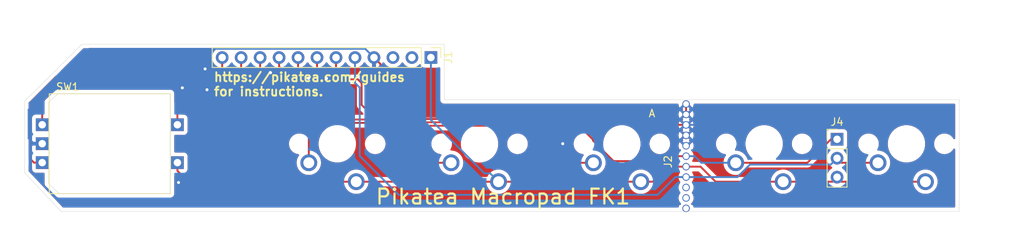
<source format=kicad_pcb>
(kicad_pcb (version 20171130) (host pcbnew "(5.1.6)-1")

  (general
    (thickness 1.6)
    (drawings 17)
    (tracks 131)
    (zones 0)
    (modules 9)
    (nets 11)
  )

  (page A4)
  (layers
    (0 F.Cu signal)
    (31 B.Cu signal)
    (32 B.Adhes user)
    (33 F.Adhes user)
    (34 B.Paste user)
    (35 F.Paste user)
    (36 B.SilkS user)
    (37 F.SilkS user)
    (38 B.Mask user)
    (39 F.Mask user)
    (40 Dwgs.User user)
    (41 Cmts.User user)
    (42 Eco1.User user)
    (43 Eco2.User user)
    (44 Edge.Cuts user)
    (45 Margin user)
    (46 B.CrtYd user)
    (47 F.CrtYd user)
    (48 B.Fab user)
    (49 F.Fab user)
  )

  (setup
    (last_trace_width 0.25)
    (trace_clearance 0.2)
    (zone_clearance 0.508)
    (zone_45_only no)
    (trace_min 0.2)
    (via_size 0.8)
    (via_drill 0.4)
    (via_min_size 0.4)
    (via_min_drill 0.3)
    (uvia_size 0.3)
    (uvia_drill 0.1)
    (uvias_allowed no)
    (uvia_min_size 0.2)
    (uvia_min_drill 0.1)
    (edge_width 0.05)
    (segment_width 0.2)
    (pcb_text_width 0.3)
    (pcb_text_size 1.5 1.5)
    (mod_edge_width 0.12)
    (mod_text_size 1 1)
    (mod_text_width 0.15)
    (pad_size 4 4)
    (pad_drill 4)
    (pad_to_mask_clearance 0.05)
    (aux_axis_origin 0 0)
    (visible_elements 7FFFFFFF)
    (pcbplotparams
      (layerselection 0x010fc_ffffffff)
      (usegerberextensions false)
      (usegerberattributes true)
      (usegerberadvancedattributes true)
      (creategerberjobfile true)
      (excludeedgelayer true)
      (linewidth 0.100000)
      (plotframeref false)
      (viasonmask false)
      (mode 1)
      (useauxorigin false)
      (hpglpennumber 1)
      (hpglpenspeed 20)
      (hpglpendiameter 15.000000)
      (psnegative false)
      (psa4output false)
      (plotreference true)
      (plotvalue true)
      (plotinvisibletext false)
      (padsonsilk false)
      (subtractmaskfromsilk false)
      (outputformat 1)
      (mirror false)
      (drillshape 0)
      (scaleselection 1)
      (outputdirectory "Gerbers2"))
  )

  (net 0 "")
  (net 1 GND)
  (net 2 /A0)
  (net 3 /D9)
  (net 4 /D6)
  (net 5 /D5)
  (net 6 /D4)
  (net 7 /D3)
  (net 8 /D2)
  (net 9 /D8)
  (net 10 /D7)

  (net_class Default "This is the default net class."
    (clearance 0.2)
    (trace_width 0.25)
    (via_dia 0.8)
    (via_drill 0.4)
    (uvia_dia 0.3)
    (uvia_drill 0.1)
    (add_net /A0)
    (add_net /D2)
    (add_net /D3)
    (add_net /D4)
    (add_net /D5)
    (add_net /D6)
    (add_net /D7)
    (add_net /D8)
    (add_net /D9)
    (add_net GND)
  )

  (module MX_Only:MXOnly-1U-NoLED locked (layer B.Cu) (tedit 5BD3C6C7) (tstamp 605AF270)
    (at 207.05 104.92)
    (path /605EA87D)
    (fp_text reference MX5 (at 0 -3.175) (layer Dwgs.User)
      (effects (font (size 1 1) (thickness 0.15)))
    )
    (fp_text value MX-LED (at 0 7.9375) (layer Dwgs.User)
      (effects (font (size 1 1) (thickness 0.15)))
    )
    (fp_line (start -9.525 -9.525) (end -9.525 9.525) (layer Dwgs.User) (width 0.15))
    (fp_line (start 9.525 -9.525) (end -9.525 -9.525) (layer Dwgs.User) (width 0.15))
    (fp_line (start 9.525 9.525) (end 9.525 -9.525) (layer Dwgs.User) (width 0.15))
    (fp_line (start -9.525 9.525) (end 9.525 9.525) (layer Dwgs.User) (width 0.15))
    (fp_line (start -7 7) (end -7 5) (layer Dwgs.User) (width 0.15))
    (fp_line (start -5 7) (end -7 7) (layer Dwgs.User) (width 0.15))
    (fp_line (start -7 -7) (end -5 -7) (layer Dwgs.User) (width 0.15))
    (fp_line (start -7 -5) (end -7 -7) (layer Dwgs.User) (width 0.15))
    (fp_line (start 7 -7) (end 7 -5) (layer Dwgs.User) (width 0.15))
    (fp_line (start 5 -7) (end 7 -7) (layer Dwgs.User) (width 0.15))
    (fp_line (start 7 7) (end 7 5) (layer Dwgs.User) (width 0.15))
    (fp_line (start 5 7) (end 7 7) (layer Dwgs.User) (width 0.15))
    (pad 2 thru_hole circle (at 2.54 5.08) (size 2.25 2.25) (drill 1.47) (layers *.Cu F.Mask)
      (net 2 /A0))
    (pad "" np_thru_hole circle (at 0 0) (size 3.9878 3.9878) (drill 3.9878) (layers *.Cu *.Mask))
    (pad 1 thru_hole circle (at -3.81 2.54) (size 2.25 2.25) (drill 1.47) (layers *.Cu F.Mask)
      (net 4 /D6))
    (pad "" np_thru_hole circle (at -5.08 0 311.9004) (size 1.75 1.75) (drill 1.75) (layers *.Cu *.Mask))
    (pad "" np_thru_hole circle (at 5.08 0 311.9004) (size 1.75 1.75) (drill 1.75) (layers *.Cu *.Mask))
  )

  (module MX_Only:MXOnly-1U-NoLED locked (layer B.Cu) (tedit 5BD3C6C7) (tstamp 605AF259)
    (at 188 104.92)
    (path /605EA2A5)
    (fp_text reference MX4 (at 0 -3.175) (layer Dwgs.User)
      (effects (font (size 1 1) (thickness 0.15)))
    )
    (fp_text value MX-LED (at 0 7.9375) (layer Dwgs.User)
      (effects (font (size 1 1) (thickness 0.15)))
    )
    (fp_line (start -9.525 -9.525) (end -9.525 9.525) (layer Dwgs.User) (width 0.15))
    (fp_line (start 9.525 -9.525) (end -9.525 -9.525) (layer Dwgs.User) (width 0.15))
    (fp_line (start 9.525 9.525) (end 9.525 -9.525) (layer Dwgs.User) (width 0.15))
    (fp_line (start -9.525 9.525) (end 9.525 9.525) (layer Dwgs.User) (width 0.15))
    (fp_line (start -7 7) (end -7 5) (layer Dwgs.User) (width 0.15))
    (fp_line (start -5 7) (end -7 7) (layer Dwgs.User) (width 0.15))
    (fp_line (start -7 -7) (end -5 -7) (layer Dwgs.User) (width 0.15))
    (fp_line (start -7 -5) (end -7 -7) (layer Dwgs.User) (width 0.15))
    (fp_line (start 7 -7) (end 7 -5) (layer Dwgs.User) (width 0.15))
    (fp_line (start 5 -7) (end 7 -7) (layer Dwgs.User) (width 0.15))
    (fp_line (start 7 7) (end 7 5) (layer Dwgs.User) (width 0.15))
    (fp_line (start 5 7) (end 7 7) (layer Dwgs.User) (width 0.15))
    (pad 2 thru_hole circle (at 2.54 5.08) (size 2.25 2.25) (drill 1.47) (layers *.Cu F.Mask)
      (net 2 /A0))
    (pad "" np_thru_hole circle (at 0 0) (size 3.9878 3.9878) (drill 3.9878) (layers *.Cu *.Mask))
    (pad 1 thru_hole circle (at -3.81 2.54) (size 2.25 2.25) (drill 1.47) (layers *.Cu F.Mask)
      (net 9 /D8))
    (pad "" np_thru_hole circle (at -5.08 0 311.9004) (size 1.75 1.75) (drill 1.75) (layers *.Cu *.Mask))
    (pad "" np_thru_hole circle (at 5.08 0 311.9004) (size 1.75 1.75) (drill 1.75) (layers *.Cu *.Mask))
  )

  (module MX_Only:MXOnly-1U-NoLED locked (layer B.Cu) (tedit 5BD3C6C7) (tstamp 605AF242)
    (at 168.95 104.92)
    (path /605E9C8D)
    (fp_text reference MX3 (at 0 -3.175) (layer Dwgs.User)
      (effects (font (size 1 1) (thickness 0.15)))
    )
    (fp_text value MX-LED (at 0 7.9375) (layer Dwgs.User)
      (effects (font (size 1 1) (thickness 0.15)))
    )
    (fp_line (start -9.525 -9.525) (end -9.525 9.525) (layer Dwgs.User) (width 0.15))
    (fp_line (start 9.525 -9.525) (end -9.525 -9.525) (layer Dwgs.User) (width 0.15))
    (fp_line (start 9.525 9.525) (end 9.525 -9.525) (layer Dwgs.User) (width 0.15))
    (fp_line (start -9.525 9.525) (end 9.525 9.525) (layer Dwgs.User) (width 0.15))
    (fp_line (start -7 7) (end -7 5) (layer Dwgs.User) (width 0.15))
    (fp_line (start -5 7) (end -7 7) (layer Dwgs.User) (width 0.15))
    (fp_line (start -7 -7) (end -5 -7) (layer Dwgs.User) (width 0.15))
    (fp_line (start -7 -5) (end -7 -7) (layer Dwgs.User) (width 0.15))
    (fp_line (start 7 -7) (end 7 -5) (layer Dwgs.User) (width 0.15))
    (fp_line (start 5 -7) (end 7 -7) (layer Dwgs.User) (width 0.15))
    (fp_line (start 7 7) (end 7 5) (layer Dwgs.User) (width 0.15))
    (fp_line (start 5 7) (end 7 7) (layer Dwgs.User) (width 0.15))
    (pad 2 thru_hole circle (at 2.54 5.08) (size 2.25 2.25) (drill 1.47) (layers *.Cu F.Mask)
      (net 2 /A0))
    (pad "" np_thru_hole circle (at 0 0) (size 3.9878 3.9878) (drill 3.9878) (layers *.Cu *.Mask))
    (pad 1 thru_hole circle (at -3.81 2.54) (size 2.25 2.25) (drill 1.47) (layers *.Cu F.Mask)
      (net 10 /D7))
    (pad "" np_thru_hole circle (at -5.08 0 311.9004) (size 1.75 1.75) (drill 1.75) (layers *.Cu *.Mask))
    (pad "" np_thru_hole circle (at 5.08 0 311.9004) (size 1.75 1.75) (drill 1.75) (layers *.Cu *.Mask))
  )

  (module MX_Only:MXOnly-1U-NoLED locked (layer B.Cu) (tedit 5BD3C6C7) (tstamp 605AF22B)
    (at 149.9 104.92)
    (path /605E9743)
    (fp_text reference MX2 (at 0 -3.175) (layer Dwgs.User)
      (effects (font (size 1 1) (thickness 0.15)))
    )
    (fp_text value MX-LED (at 0 7.9375) (layer Dwgs.User)
      (effects (font (size 1 1) (thickness 0.15)))
    )
    (fp_line (start -9.525 -9.525) (end -9.525 9.525) (layer Dwgs.User) (width 0.15))
    (fp_line (start 9.525 -9.525) (end -9.525 -9.525) (layer Dwgs.User) (width 0.15))
    (fp_line (start 9.525 9.525) (end 9.525 -9.525) (layer Dwgs.User) (width 0.15))
    (fp_line (start -9.525 9.525) (end 9.525 9.525) (layer Dwgs.User) (width 0.15))
    (fp_line (start -7 7) (end -7 5) (layer Dwgs.User) (width 0.15))
    (fp_line (start -5 7) (end -7 7) (layer Dwgs.User) (width 0.15))
    (fp_line (start -7 -7) (end -5 -7) (layer Dwgs.User) (width 0.15))
    (fp_line (start -7 -5) (end -7 -7) (layer Dwgs.User) (width 0.15))
    (fp_line (start 7 -7) (end 7 -5) (layer Dwgs.User) (width 0.15))
    (fp_line (start 5 -7) (end 7 -7) (layer Dwgs.User) (width 0.15))
    (fp_line (start 7 7) (end 7 5) (layer Dwgs.User) (width 0.15))
    (fp_line (start 5 7) (end 7 7) (layer Dwgs.User) (width 0.15))
    (pad 2 thru_hole circle (at 2.54 5.08) (size 2.25 2.25) (drill 1.47) (layers *.Cu F.Mask)
      (net 2 /A0))
    (pad "" np_thru_hole circle (at 0 0) (size 3.9878 3.9878) (drill 3.9878) (layers *.Cu *.Mask))
    (pad 1 thru_hole circle (at -3.81 2.54) (size 2.25 2.25) (drill 1.47) (layers *.Cu F.Mask)
      (net 3 /D9))
    (pad "" np_thru_hole circle (at -5.08 0 311.9004) (size 1.75 1.75) (drill 1.75) (layers *.Cu *.Mask))
    (pad "" np_thru_hole circle (at 5.08 0 311.9004) (size 1.75 1.75) (drill 1.75) (layers *.Cu *.Mask))
  )

  (module MX_Only:MXOnly-1U-NoLED locked (layer B.Cu) (tedit 5BD3C6C7) (tstamp 605AF214)
    (at 130.85 104.92)
    (path /605E5377)
    (fp_text reference MX1 (at 0 -3.175) (layer Dwgs.User)
      (effects (font (size 1 1) (thickness 0.15)))
    )
    (fp_text value MX-LED (at 0 7.9375) (layer Dwgs.User)
      (effects (font (size 1 1) (thickness 0.15)))
    )
    (fp_line (start -9.525 -9.525) (end -9.525 9.525) (layer Dwgs.User) (width 0.15))
    (fp_line (start 9.525 -9.525) (end -9.525 -9.525) (layer Dwgs.User) (width 0.15))
    (fp_line (start 9.525 9.525) (end 9.525 -9.525) (layer Dwgs.User) (width 0.15))
    (fp_line (start -9.525 9.525) (end 9.525 9.525) (layer Dwgs.User) (width 0.15))
    (fp_line (start -7 7) (end -7 5) (layer Dwgs.User) (width 0.15))
    (fp_line (start -5 7) (end -7 7) (layer Dwgs.User) (width 0.15))
    (fp_line (start -7 -7) (end -5 -7) (layer Dwgs.User) (width 0.15))
    (fp_line (start -7 -5) (end -7 -7) (layer Dwgs.User) (width 0.15))
    (fp_line (start 7 -7) (end 7 -5) (layer Dwgs.User) (width 0.15))
    (fp_line (start 5 -7) (end 7 -7) (layer Dwgs.User) (width 0.15))
    (fp_line (start 7 7) (end 7 5) (layer Dwgs.User) (width 0.15))
    (fp_line (start 5 7) (end 7 7) (layer Dwgs.User) (width 0.15))
    (pad 2 thru_hole circle (at 2.54 5.08) (size 2.25 2.25) (drill 1.47) (layers *.Cu F.Mask)
      (net 2 /A0))
    (pad "" np_thru_hole circle (at 0 0) (size 3.9878 3.9878) (drill 3.9878) (layers *.Cu *.Mask))
    (pad 1 thru_hole circle (at -3.81 2.54) (size 2.25 2.25) (drill 1.47) (layers *.Cu F.Mask)
      (net 5 /D5))
    (pad "" np_thru_hole circle (at -5.08 0 311.9004) (size 1.75 1.75) (drill 1.75) (layers *.Cu *.Mask))
    (pad "" np_thru_hole circle (at 5.08 0 311.9004) (size 1.75 1.75) (drill 1.75) (layers *.Cu *.Mask))
  )

  (module Connector_PinHeader_2.54mm:PinHeader_1x12_P2.54mm_Vertical (layer F.Cu) (tedit 59FED5CC) (tstamp 617BCE0E)
    (at 143.383 93.345 270)
    (descr "Through hole straight pin header, 1x12, 2.54mm pitch, single row")
    (tags "Through hole pin header THT 1x12 2.54mm single row")
    (path /617E4C8C)
    (fp_text reference J1 (at 0 -2.33 90) (layer F.SilkS)
      (effects (font (size 1 1) (thickness 0.15)))
    )
    (fp_text value Conn_01x12_Female (at 0 30.27 90) (layer F.Fab)
      (effects (font (size 1 1) (thickness 0.15)))
    )
    (fp_line (start 1.8 -1.8) (end -1.8 -1.8) (layer F.CrtYd) (width 0.05))
    (fp_line (start 1.8 29.75) (end 1.8 -1.8) (layer F.CrtYd) (width 0.05))
    (fp_line (start -1.8 29.75) (end 1.8 29.75) (layer F.CrtYd) (width 0.05))
    (fp_line (start -1.8 -1.8) (end -1.8 29.75) (layer F.CrtYd) (width 0.05))
    (fp_line (start -1.33 -1.33) (end 0 -1.33) (layer F.SilkS) (width 0.12))
    (fp_line (start -1.33 0) (end -1.33 -1.33) (layer F.SilkS) (width 0.12))
    (fp_line (start -1.33 1.27) (end 1.33 1.27) (layer F.SilkS) (width 0.12))
    (fp_line (start 1.33 1.27) (end 1.33 29.27) (layer F.SilkS) (width 0.12))
    (fp_line (start -1.33 1.27) (end -1.33 29.27) (layer F.SilkS) (width 0.12))
    (fp_line (start -1.33 29.27) (end 1.33 29.27) (layer F.SilkS) (width 0.12))
    (fp_line (start -1.27 -0.635) (end -0.635 -1.27) (layer F.Fab) (width 0.1))
    (fp_line (start -1.27 29.21) (end -1.27 -0.635) (layer F.Fab) (width 0.1))
    (fp_line (start 1.27 29.21) (end -1.27 29.21) (layer F.Fab) (width 0.1))
    (fp_line (start 1.27 -1.27) (end 1.27 29.21) (layer F.Fab) (width 0.1))
    (fp_line (start -0.635 -1.27) (end 1.27 -1.27) (layer F.Fab) (width 0.1))
    (fp_text user %R (at 0 13.97) (layer F.Fab)
      (effects (font (size 1 1) (thickness 0.15)))
    )
    (pad 12 thru_hole oval (at 0 27.94 270) (size 1.7 1.7) (drill 1) (layers *.Cu *.Mask)
      (net 6 /D4))
    (pad 11 thru_hole oval (at 0 25.4 270) (size 1.7 1.7) (drill 1) (layers *.Cu *.Mask)
      (net 7 /D3))
    (pad 10 thru_hole oval (at 0 22.86 270) (size 1.7 1.7) (drill 1) (layers *.Cu *.Mask)
      (net 8 /D2))
    (pad 9 thru_hole oval (at 0 20.32 270) (size 1.7 1.7) (drill 1) (layers *.Cu *.Mask)
      (net 5 /D5))
    (pad 8 thru_hole oval (at 0 17.78 270) (size 1.7 1.7) (drill 1) (layers *.Cu *.Mask)
      (net 3 /D9))
    (pad 7 thru_hole oval (at 0 15.24 270) (size 1.7 1.7) (drill 1) (layers *.Cu *.Mask)
      (net 10 /D7))
    (pad 6 thru_hole oval (at 0 12.7 270) (size 1.7 1.7) (drill 1) (layers *.Cu *.Mask)
      (net 9 /D8))
    (pad 5 thru_hole oval (at 0 10.16 270) (size 1.7 1.7) (drill 1) (layers *.Cu *.Mask)
      (net 4 /D6))
    (pad 4 thru_hole oval (at 0 7.62 270) (size 1.7 1.7) (drill 1) (layers *.Cu *.Mask)
      (net 1 GND))
    (pad 3 thru_hole oval (at 0 5.08 270) (size 1.7 1.7) (drill 1) (layers *.Cu *.Mask))
    (pad 2 thru_hole oval (at 0 2.54 270) (size 1.7 1.7) (drill 1) (layers *.Cu *.Mask))
    (pad 1 thru_hole rect (at 0 0 270) (size 1.7 1.7) (drill 1) (layers *.Cu *.Mask)
      (net 2 /A0))
    (model ${KISYS3DMOD}/Connector_PinHeader_2.54mm.3dshapes/PinHeader_1x12_P2.54mm_Vertical.wrl
      (at (xyz 0 0 0))
      (scale (xyz 1 1 1))
      (rotate (xyz 0 0 0))
    )
  )

  (module "Pikatea Macropad Encoder Side Mount:Breakaway-Throughole" (layer F.Cu) (tedit 609EC4C9) (tstamp 609F5161)
    (at 177.546 106.68 90)
    (path /60A0116B)
    (fp_text reference J2 (at -0.635 -2.413 90) (layer F.SilkS)
      (effects (font (size 1 1) (thickness 0.15)))
    )
    (fp_text value Conn_01x06_Male (at 0 -2.6 90) (layer F.Fab)
      (effects (font (size 1 1) (thickness 0.15)))
    )
    (pad 1 thru_hole circle (at 7.1 0 90) (size 1 1) (drill 0.75) (layers *.Cu *.Mask)
      (net 1 GND))
    (pad 1 thru_hole circle (at -6.9 0 90) (size 1 1) (drill 0.75) (layers *.Cu *.Mask)
      (net 1 GND))
    (pad 6 thru_hole circle (at -5.5 0 90) (size 1 1) (drill 0.75) (layers *.Cu *.Mask))
    (pad 5 thru_hole circle (at -4.1 0 90) (size 1 1) (drill 0.75) (layers *.Cu *.Mask))
    (pad 3 thru_hole circle (at -2.7 0 90) (size 1 1) (drill 0.75) (layers *.Cu *.Mask)
      (net 4 /D6))
    (pad 2 thru_hole circle (at -1.3 0 90) (size 1 1) (drill 0.75) (layers *.Cu *.Mask)
      (net 2 /A0))
    (pad 1 thru_hole circle (at 5.7 0 90) (size 1 1) (drill 0.75) (layers *.Cu *.Mask)
      (net 1 GND))
    (pad 1 thru_hole circle (at 4.3 0 90) (size 1 1) (drill 0.75) (layers *.Cu *.Mask)
      (net 1 GND))
    (pad 1 thru_hole circle (at 2.9 0 90) (size 1 1) (drill 0.75) (layers *.Cu *.Mask)
      (net 1 GND))
    (pad 1 thru_hole circle (at 1.5 0 90) (size 1 1) (drill 0.75) (layers *.Cu *.Mask)
      (net 1 GND))
    (pad 4 thru_hole circle (at 0.1 0 90) (size 1 1) (drill 0.75) (layers *.Cu *.Mask)
      (net 9 /D8))
  )

  (module Connector_PinHeader_2.54mm:PinHeader_1x03_P2.54mm_Vertical (layer F.Cu) (tedit 59FED5CC) (tstamp 600A856D)
    (at 197.76 104.31)
    (descr "Through hole straight pin header, 1x03, 2.54mm pitch, single row")
    (tags "Through hole pin header THT 1x03 2.54mm single row")
    (path /601F09E4)
    (fp_text reference J4 (at 0 -2.33) (layer F.SilkS)
      (effects (font (size 1 1) (thickness 0.15)))
    )
    (fp_text value Conn_01x03_Male (at 0 7.41) (layer F.Fab)
      (effects (font (size 1 1) (thickness 0.15)))
    )
    (fp_line (start -0.635 -1.27) (end 1.27 -1.27) (layer F.Fab) (width 0.1))
    (fp_line (start 1.27 -1.27) (end 1.27 6.35) (layer F.Fab) (width 0.1))
    (fp_line (start 1.27 6.35) (end -1.27 6.35) (layer F.Fab) (width 0.1))
    (fp_line (start -1.27 6.35) (end -1.27 -0.635) (layer F.Fab) (width 0.1))
    (fp_line (start -1.27 -0.635) (end -0.635 -1.27) (layer F.Fab) (width 0.1))
    (fp_line (start -1.33 6.41) (end 1.33 6.41) (layer F.SilkS) (width 0.12))
    (fp_line (start -1.33 1.27) (end -1.33 6.41) (layer F.SilkS) (width 0.12))
    (fp_line (start 1.33 1.27) (end 1.33 6.41) (layer F.SilkS) (width 0.12))
    (fp_line (start -1.33 1.27) (end 1.33 1.27) (layer F.SilkS) (width 0.12))
    (fp_line (start -1.33 0) (end -1.33 -1.33) (layer F.SilkS) (width 0.12))
    (fp_line (start -1.33 -1.33) (end 0 -1.33) (layer F.SilkS) (width 0.12))
    (fp_line (start -1.8 -1.8) (end -1.8 6.85) (layer F.CrtYd) (width 0.05))
    (fp_line (start -1.8 6.85) (end 1.8 6.85) (layer F.CrtYd) (width 0.05))
    (fp_line (start 1.8 6.85) (end 1.8 -1.8) (layer F.CrtYd) (width 0.05))
    (fp_line (start 1.8 -1.8) (end -1.8 -1.8) (layer F.CrtYd) (width 0.05))
    (fp_text user %R (at 0 2.54 90) (layer F.Fab)
      (effects (font (size 1 1) (thickness 0.15)))
    )
    (pad 3 thru_hole oval (at 0 5.08) (size 1.7 1.7) (drill 1) (layers *.Cu *.Mask)
      (net 2 /A0))
    (pad 2 thru_hole oval (at 0 2.54) (size 1.7 1.7) (drill 1) (layers *.Cu *.Mask)
      (net 4 /D6))
    (pad 1 thru_hole rect (at 0 0) (size 1.7 1.7) (drill 1) (layers *.Cu *.Mask)
      (net 9 /D8))
    (model ${KISYS3DMOD}/Connector_PinHeader_2.54mm.3dshapes/PinHeader_1x03_P2.54mm_Vertical.wrl
      (at (xyz 0 0 0))
      (scale (xyz 1 1 1))
      (rotate (xyz 0 0 0))
    )
  )

  (module "Pikatea Macropad Encoder Side Mount:Encoder-BI_EN11_HSM0E" locked (layer F.Cu) (tedit 60085175) (tstamp 6008DAA3)
    (at 100.4 104.9)
    (path /5FCAA2F2)
    (fp_text reference SW1 (at -5.658 -7.618) (layer F.SilkS)
      (effects (font (size 1 1) (thickness 0.15)))
    )
    (fp_text value Rotary_Encoder_Switch (at 0 7.6) (layer F.Fab)
      (effects (font (size 1 1) (thickness 0.15)))
    )
    (fp_line (start 8.1 6.7) (end -8.1 6.7) (layer F.SilkS) (width 0.12))
    (fp_line (start -8.1 -6.7) (end 8.1 -6.7) (layer F.SilkS) (width 0.12))
    (fp_line (start 8.1 6.7) (end 8.1 -6.7) (layer F.SilkS) (width 0.12))
    (fp_line (start -8.1 6.7) (end -8.1 -6.7) (layer F.SilkS) (width 0.12))
    (pad S1 thru_hole rect (at 9.05 -2.54) (size 1.7 1.7) (drill 1) (layers *.Cu *.Mask)
      (net 8 /D2))
    (pad S2 thru_hole rect (at 9.05 2.54) (size 1.7 1.7) (drill 1) (layers *.Cu *.Mask)
      (net 2 /A0))
    (pad C thru_hole rect (at -9.05 0) (size 1.7 1.7) (drill 1) (layers *.Cu *.Mask)
      (net 1 GND))
    (pad B thru_hole rect (at -9.05 -2.54) (size 1.7 1.7) (drill 1) (layers *.Cu *.Mask)
      (net 7 /D3))
    (pad A thru_hole rect (at -9.05 2.54) (size 1.7 1.7) (drill 1) (layers *.Cu *.Mask)
      (net 6 /D4))
  )

  (gr_text "https://pikatea.com/guides \nfor instructions." (at 114.2111 96.9391) (layer F.SilkS)
    (effects (font (size 1.2 1.2) (thickness 0.25)) (justify left))
  )
  (gr_line (start 145.161 91.567) (end 96.647 91.567) (layer Edge.Cuts) (width 0.05))
  (gr_text A (at 172.974 100.838) (layer F.SilkS)
    (effects (font (size 1 1) (thickness 0.15)))
  )
  (gr_text "Pikatea Macropad FK1" (at 153.035 112.014) (layer F.SilkS)
    (effects (font (size 2 2) (thickness 0.3)))
  )
  (gr_line (start 92.202 99.314) (end 93.472 98.2) (layer Edge.Cuts) (width 0.05) (tstamp 605DCF99))
  (gr_line (start 145.161 91.567) (end 145.161 99) (layer Edge.Cuts) (width 0.05))
  (gr_line (start 145.161 99) (end 214.1 99) (layer Edge.Cuts) (width 0.05))
  (gr_line (start 89 99.2) (end 96.647 91.567) (layer Edge.Cuts) (width 0.05))
  (gr_line (start 89 108.8) (end 93.9 114) (layer Edge.Cuts) (width 0.05))
  (gr_line (start 93.6 111.6) (end 108.5 111.6) (layer Edge.Cuts) (width 0.05) (tstamp 60095A00))
  (gr_line (start 92.202 110.236) (end 93.6 111.6) (layer Edge.Cuts) (width 0.05))
  (gr_line (start 92.202 99.314) (end 92.202 110.236) (layer Edge.Cuts) (width 0.05))
  (gr_line (start 108.5 98.2) (end 93.472 98.2) (layer Edge.Cuts) (width 0.05))
  (gr_line (start 108.5 111.6) (end 108.5 98.2) (layer Edge.Cuts) (width 0.05))
  (gr_line (start 89 99.2) (end 89 108.8) (layer Edge.Cuts) (width 0.05) (tstamp 6007CDAE))
  (gr_line (start 214.1 114) (end 214.1 99) (layer Edge.Cuts) (width 0.05))
  (gr_line (start 214.1 114) (end 93.9 114) (layer Edge.Cuts) (width 0.05) (tstamp 600A176B))

  (segment (start 178.253106 102.38) (end 178.271106 102.362) (width 0.25) (layer F.Cu) (net 1))
  (segment (start 177.546 102.38) (end 178.253106 102.38) (width 0.25) (layer F.Cu) (net 1) (status 10))
  (segment (start 178.271106 102.362) (end 178.943 102.362) (width 0.25) (layer F.Cu) (net 1))
  (segment (start 178.253106 102.38) (end 178.271106 102.362) (width 0.25) (layer B.Cu) (net 1))
  (segment (start 177.546 102.38) (end 178.253106 102.38) (width 0.25) (layer B.Cu) (net 1) (status 10))
  (segment (start 178.271106 102.362) (end 178.943 102.362) (width 0.25) (layer B.Cu) (net 1))
  (segment (start 134.587999 92.169999) (end 97.695001 92.169999) (width 0.25) (layer B.Cu) (net 1))
  (segment (start 135.763 93.345) (end 134.587999 92.169999) (width 0.25) (layer B.Cu) (net 1))
  (segment (start 97.695001 92.169999) (end 89.535 100.33) (width 0.25) (layer B.Cu) (net 1))
  (segment (start 90.25 104.9) (end 91.35 104.9) (width 0.25) (layer B.Cu) (net 1))
  (segment (start 89.535 104.185) (end 90.25 104.9) (width 0.25) (layer B.Cu) (net 1))
  (segment (start 89.535 100.33) (end 89.535 104.185) (width 0.25) (layer B.Cu) (net 1))
  (segment (start 174.371 102.362) (end 176.276 102.362) (width 0.25) (layer F.Cu) (net 1))
  (segment (start 173.597981 101.588981) (end 174.371 102.362) (width 0.25) (layer F.Cu) (net 1))
  (segment (start 139.069229 100.584) (end 140.074209 101.58898) (width 0.25) (layer F.Cu) (net 1))
  (segment (start 176.276 102.362) (end 176.294 102.38) (width 0.25) (layer F.Cu) (net 1))
  (segment (start 177.546 102.38) (end 176.276 102.362) (width 0.25) (layer F.Cu) (net 1))
  (segment (start 136.612999 94.194999) (end 136.612999 99.274999) (width 0.25) (layer F.Cu) (net 1))
  (segment (start 140.074209 101.58898) (end 173.597981 101.588981) (width 0.25) (layer F.Cu) (net 1))
  (segment (start 137.922 100.584) (end 139.069229 100.584) (width 0.25) (layer F.Cu) (net 1))
  (segment (start 136.612999 99.274999) (end 137.922 100.584) (width 0.25) (layer F.Cu) (net 1))
  (segment (start 135.763 93.345) (end 136.612999 94.194999) (width 0.25) (layer F.Cu) (net 1))
  (segment (start 177.546 100.98) (end 177.546 99.58) (width 0.25) (layer F.Cu) (net 1))
  (via (at 127 96.139) (size 0.8) (drill 0.4) (layers F.Cu B.Cu) (net 1))
  (via (at 121.92 95.377) (size 0.8) (drill 0.4) (layers F.Cu B.Cu) (net 1))
  (via (at 129.413 96.139) (size 0.8) (drill 0.4) (layers F.Cu B.Cu) (net 1))
  (via (at 113.157 94.869) (size 0.8) (drill 0.4) (layers F.Cu B.Cu) (net 1))
  (via (at 113.411 97.663) (size 0.8) (drill 0.4) (layers F.Cu B.Cu) (net 1))
  (via (at 109.601 110.109) (size 0.8) (drill 0.4) (layers F.Cu B.Cu) (net 1))
  (via (at 110.109 97.409) (size 0.8) (drill 0.4) (layers F.Cu B.Cu) (net 1))
  (via (at 161.036 104.902) (size 0.8) (drill 0.4) (layers F.Cu B.Cu) (net 1))
  (segment (start 171.49 110) (end 151.656 110) (width 0.25) (layer F.Cu) (net 2) (status 30))
  (segment (start 152.44 110) (end 133.39 110) (width 0.25) (layer F.Cu) (net 2) (status 30))
  (segment (start 198.37 110) (end 197.76 109.39) (width 0.25) (layer F.Cu) (net 2) (status 20))
  (segment (start 209.59 110) (end 198.37 110) (width 0.25) (layer F.Cu) (net 2) (status 10))
  (segment (start 197.15 110) (end 197.76 109.39) (width 0.25) (layer F.Cu) (net 2) (status 20))
  (segment (start 190.54 110) (end 197.15 110) (width 0.25) (layer F.Cu) (net 2) (status 10))
  (segment (start 172.194 110) (end 171.49 110) (width 0.25) (layer F.Cu) (net 2) (status 30))
  (segment (start 171.49 109.18) (end 171.49 110) (width 0.25) (layer F.Cu) (net 2) (status 30))
  (segment (start 109.45 108.54) (end 109.45 107.44) (width 0.25) (layer F.Cu) (net 2))
  (segment (start 110.91 110) (end 109.45 108.54) (width 0.25) (layer F.Cu) (net 2))
  (segment (start 133.39 110) (end 110.91 110) (width 0.25) (layer F.Cu) (net 2))
  (segment (start 151.315001 108.875001) (end 152.44 110) (width 0.25) (layer B.Cu) (net 2))
  (segment (start 150.551003 108.875001) (end 151.315001 108.875001) (width 0.25) (layer B.Cu) (net 2))
  (segment (start 143.383 101.706998) (end 150.551003 108.875001) (width 0.25) (layer B.Cu) (net 2))
  (segment (start 143.383 93.345) (end 143.383 101.706998) (width 0.25) (layer B.Cu) (net 2))
  (segment (start 177.516 107.95) (end 177.546 107.98) (width 0.25) (layer B.Cu) (net 2) (status 30))
  (segment (start 175.10099 107.98) (end 177.546 107.98) (width 0.25) (layer F.Cu) (net 2))
  (segment (start 171.49 110) (end 173.08099 110) (width 0.25) (layer F.Cu) (net 2))
  (segment (start 173.08099 110) (end 175.10099 107.98) (width 0.25) (layer F.Cu) (net 2))
  (segment (start 179.481 107.98) (end 177.546 107.98) (width 0.25) (layer F.Cu) (net 2))
  (segment (start 190.54 110) (end 181.501 110) (width 0.25) (layer F.Cu) (net 2))
  (segment (start 181.501 110) (end 179.481 107.98) (width 0.25) (layer F.Cu) (net 2))
  (segment (start 146.09 107.46) (end 145.6 107.95) (width 0.25) (layer B.Cu) (net 3) (status 30))
  (segment (start 139.954 105.791) (end 141.623 107.46) (width 0.25) (layer F.Cu) (net 3))
  (segment (start 139.954 103.378) (end 139.954 105.791) (width 0.25) (layer F.Cu) (net 3))
  (segment (start 141.623 107.46) (end 146.09 107.46) (width 0.25) (layer F.Cu) (net 3))
  (segment (start 125.603 96.450671) (end 127.49001 98.337681) (width 0.25) (layer F.Cu) (net 3))
  (segment (start 138.684 102.108) (end 139.954 103.378) (width 0.25) (layer F.Cu) (net 3))
  (segment (start 125.603 93.345) (end 125.603 96.450671) (width 0.25) (layer F.Cu) (net 3))
  (segment (start 128.27 102.108) (end 138.684 102.108) (width 0.25) (layer F.Cu) (net 3))
  (segment (start 127.49001 98.337681) (end 127.49001 101.32801) (width 0.25) (layer F.Cu) (net 3))
  (segment (start 127.49001 101.32801) (end 128.27 102.108) (width 0.25) (layer F.Cu) (net 3))
  (segment (start 198.37 107.46) (end 197.76 106.85) (width 0.25) (layer F.Cu) (net 4) (status 20))
  (segment (start 203.24 107.46) (end 198.37 107.46) (width 0.25) (layer F.Cu) (net 4) (status 10))
  (segment (start 133.223 96.739002) (end 133.858 97.374002) (width 0.25) (layer B.Cu) (net 4))
  (segment (start 133.223 93.345) (end 133.223 96.739002) (width 0.25) (layer B.Cu) (net 4))
  (segment (start 133.858 97.374002) (end 133.858 106.553) (width 0.25) (layer B.Cu) (net 4))
  (segment (start 133.858 106.553) (end 139.065 111.76) (width 0.25) (layer B.Cu) (net 4))
  (segment (start 139.065 111.76) (end 173.736 111.76) (width 0.25) (layer B.Cu) (net 4))
  (segment (start 176.116 109.38) (end 177.546 109.38) (width 0.25) (layer B.Cu) (net 4))
  (segment (start 173.736 111.76) (end 176.116 109.38) (width 0.25) (layer B.Cu) (net 4))
  (segment (start 184.416002 109.38) (end 177.546 109.38) (width 0.25) (layer B.Cu) (net 4))
  (segment (start 186.096003 107.699999) (end 184.416002 109.38) (width 0.25) (layer B.Cu) (net 4))
  (segment (start 197.76 106.85) (end 196.910001 107.699999) (width 0.25) (layer B.Cu) (net 4))
  (segment (start 196.910001 107.699999) (end 186.096003 107.699999) (width 0.25) (layer B.Cu) (net 4))
  (segment (start 127.04 105.86901) (end 127.04 107.46) (width 0.25) (layer F.Cu) (net 5))
  (segment (start 123.063 94.547081) (end 127.04 98.524081) (width 0.25) (layer F.Cu) (net 5))
  (segment (start 127.04 98.524081) (end 127.04 105.86901) (width 0.25) (layer F.Cu) (net 5))
  (segment (start 123.063 93.345) (end 123.063 94.547081) (width 0.25) (layer F.Cu) (net 5))
  (segment (start 90.25 107.44) (end 89.662 106.852) (width 0.25) (layer F.Cu) (net 6))
  (segment (start 91.35 107.44) (end 90.25 107.44) (width 0.25) (layer F.Cu) (net 6))
  (segment (start 89.662 106.852) (end 89.662 99.441) (width 0.25) (layer F.Cu) (net 6))
  (segment (start 89.662 99.441) (end 93.16001 95.94299) (width 0.25) (layer F.Cu) (net 6))
  (segment (start 93.16001 95.94299) (end 114.62301 95.94299) (width 0.25) (layer F.Cu) (net 6))
  (segment (start 115.443 95.123) (end 115.443 93.345) (width 0.25) (layer F.Cu) (net 6))
  (segment (start 114.62301 95.94299) (end 115.443 95.123) (width 0.25) (layer F.Cu) (net 6))
  (segment (start 117.983 95.123) (end 117.983 93.345) (width 0.25) (layer F.Cu) (net 7))
  (segment (start 94.234 96.393) (end 116.713 96.393) (width 0.25) (layer F.Cu) (net 7))
  (segment (start 91.35 102.36) (end 91.35 99.277) (width 0.25) (layer F.Cu) (net 7))
  (segment (start 116.713 96.393) (end 117.983 95.123) (width 0.25) (layer F.Cu) (net 7))
  (segment (start 91.35 99.277) (end 94.234 96.393) (width 0.25) (layer F.Cu) (net 7))
  (segment (start 109.45 102.36) (end 110.041002 102.36) (width 0.25) (layer B.Cu) (net 8) (status 30))
  (segment (start 120.523 95.504) (end 120.523 93.345) (width 0.25) (layer F.Cu) (net 8))
  (segment (start 119.18399 96.84301) (end 120.523 95.504) (width 0.25) (layer F.Cu) (net 8))
  (segment (start 109.45 102.36) (end 109.45 100.1) (width 0.25) (layer F.Cu) (net 8))
  (segment (start 112.70699 96.84301) (end 119.18399 96.84301) (width 0.25) (layer F.Cu) (net 8))
  (segment (start 109.45 100.1) (end 112.70699 96.84301) (width 0.25) (layer F.Cu) (net 8))
  (segment (start 184.19 107.46) (end 193.784 107.46) (width 0.25) (layer F.Cu) (net 9) (status 10))
  (segment (start 196.934 104.31) (end 197.76 104.31) (width 0.25) (layer F.Cu) (net 9) (status 30))
  (segment (start 193.784 107.46) (end 196.934 104.31) (width 0.25) (layer F.Cu) (net 9) (status 20))
  (segment (start 178.716 106.58) (end 177.546 106.58) (width 0.25) (layer B.Cu) (net 9))
  (segment (start 184.19 107.46) (end 179.596 107.46) (width 0.25) (layer B.Cu) (net 9))
  (segment (start 179.596 107.46) (end 178.716 106.58) (width 0.25) (layer B.Cu) (net 9))
  (segment (start 133.604 96.266) (end 131.572 96.266) (width 0.25) (layer F.Cu) (net 9))
  (segment (start 134.112 96.774) (end 133.604 96.266) (width 0.25) (layer F.Cu) (net 9))
  (segment (start 134.112 99.695) (end 134.112 96.774) (width 0.25) (layer F.Cu) (net 9))
  (segment (start 165.1 104.501974) (end 165.1 104.373998) (width 0.25) (layer F.Cu) (net 9))
  (segment (start 131.572 96.266) (end 130.683 95.377) (width 0.25) (layer F.Cu) (net 9))
  (segment (start 167.836927 107.238901) (end 165.1 104.501974) (width 0.25) (layer F.Cu) (net 9))
  (segment (start 130.683 95.377) (end 130.683 93.345) (width 0.25) (layer F.Cu) (net 9))
  (segment (start 175.205679 107.238901) (end 167.836927 107.238901) (width 0.25) (layer F.Cu) (net 9))
  (segment (start 177.546 106.58) (end 175.86458 106.58) (width 0.25) (layer F.Cu) (net 9))
  (segment (start 135.624982 101.207982) (end 134.112 99.695) (width 0.25) (layer F.Cu) (net 9))
  (segment (start 175.86458 106.58) (end 175.205679 107.238901) (width 0.25) (layer F.Cu) (net 9))
  (segment (start 165.1 104.373998) (end 162.764993 102.038991) (width 0.25) (layer F.Cu) (net 9))
  (segment (start 139.0568 101.207982) (end 135.624982 101.207982) (width 0.25) (layer F.Cu) (net 9))
  (segment (start 162.764993 102.038991) (end 157.607 102.03899) (width 0.25) (layer F.Cu) (net 9))
  (segment (start 157.607 102.03899) (end 139.88781 102.03899) (width 0.25) (layer F.Cu) (net 9))
  (segment (start 139.88781 102.03899) (end 139.0568 101.207982) (width 0.25) (layer F.Cu) (net 9))
  (segment (start 159.385 106.426) (end 160.419 107.46) (width 0.25) (layer F.Cu) (net 10))
  (segment (start 139.70141 102.489) (end 158.115 102.489) (width 0.25) (layer F.Cu) (net 10))
  (segment (start 128.143 98.044) (end 127.94002 98.24698) (width 0.25) (layer F.Cu) (net 10))
  (segment (start 158.115 102.489) (end 159.385 103.759) (width 0.25) (layer F.Cu) (net 10))
  (segment (start 138.870401 101.657991) (end 139.70141 102.489) (width 0.25) (layer F.Cu) (net 10))
  (segment (start 128.143 93.345) (end 128.143 98.044) (width 0.25) (layer F.Cu) (net 10))
  (segment (start 127.94002 98.24698) (end 127.94002 101.14161) (width 0.25) (layer F.Cu) (net 10))
  (segment (start 160.419 107.46) (end 165.14 107.46) (width 0.25) (layer F.Cu) (net 10))
  (segment (start 159.385 103.759) (end 159.385 106.426) (width 0.25) (layer F.Cu) (net 10))
  (segment (start 127.94002 101.14161) (end 128.4564 101.65799) (width 0.25) (layer F.Cu) (net 10))
  (segment (start 128.4564 101.65799) (end 138.870401 101.657991) (width 0.25) (layer F.Cu) (net 10))

  (zone (net 1) (net_name GND) (layer B.Cu) (tstamp 61DEFEAC) (hatch edge 0.508)
    (connect_pads (clearance 0.508))
    (min_thickness 0.254)
    (fill yes (arc_segments 32) (thermal_gap 0.508) (thermal_bridge_width 0.508))
    (polygon
      (pts
        (xy 222.8 118) (xy 85.7 118) (xy 85.8 86.2) (xy 222.8 86.2)
      )
    )
    (filled_polygon
      (pts
        (xy 144.501001 98.967571) (xy 144.497807 99) (xy 144.51055 99.129383) (xy 144.54829 99.253793) (xy 144.609575 99.36845)
        (xy 144.692052 99.468948) (xy 144.79255 99.551425) (xy 144.907207 99.61271) (xy 145.031617 99.65045) (xy 145.128581 99.66)
        (xy 145.161 99.663193) (xy 145.193419 99.66) (xy 176.408551 99.66) (xy 176.408489 99.662406) (xy 176.446423 99.88274)
        (xy 176.526613 100.09144) (xy 176.554412 100.14345) (xy 176.767834 100.178561) (xy 177.286395 99.66) (xy 177.805605 99.66)
        (xy 178.324166 100.178561) (xy 178.537588 100.14345) (xy 178.628458 99.939174) (xy 178.677731 99.721095) (xy 178.679311 99.66)
        (xy 213.440001 99.66) (xy 213.440001 104.162627) (xy 213.302893 103.957431) (xy 213.092569 103.747107) (xy 212.845253 103.581856)
        (xy 212.570451 103.468029) (xy 212.278722 103.41) (xy 211.981278 103.41) (xy 211.689549 103.468029) (xy 211.414747 103.581856)
        (xy 211.167431 103.747107) (xy 210.957107 103.957431) (xy 210.791856 104.204747) (xy 210.678029 104.479549) (xy 210.62 104.771278)
        (xy 210.62 105.068722) (xy 210.678029 105.360451) (xy 210.791856 105.635253) (xy 210.957107 105.882569) (xy 211.167431 106.092893)
        (xy 211.414747 106.258144) (xy 211.689549 106.371971) (xy 211.981278 106.43) (xy 212.278722 106.43) (xy 212.570451 106.371971)
        (xy 212.845253 106.258144) (xy 213.092569 106.092893) (xy 213.302893 105.882569) (xy 213.440001 105.677373) (xy 213.44 113.34)
        (xy 178.656379 113.34) (xy 178.645577 113.27726) (xy 178.565387 113.06856) (xy 178.537588 113.01655) (xy 178.346087 112.985045)
        (xy 178.427612 112.90352) (xy 178.551824 112.717624) (xy 178.637383 112.511067) (xy 178.681 112.291788) (xy 178.681 112.068212)
        (xy 178.637383 111.848933) (xy 178.551824 111.642376) (xy 178.443328 111.48) (xy 178.551824 111.317624) (xy 178.637383 111.111067)
        (xy 178.681 110.891788) (xy 178.681 110.668212) (xy 178.637383 110.448933) (xy 178.551824 110.242376) (xy 178.483418 110.14)
        (xy 184.37868 110.14) (xy 184.416002 110.143676) (xy 184.453324 110.14) (xy 184.453335 110.14) (xy 184.564988 110.129003)
        (xy 184.708249 110.085546) (xy 184.840278 110.014974) (xy 184.956003 109.920001) (xy 184.979806 109.890997) (xy 186.410805 108.459999)
        (xy 189.676857 108.459999) (xy 189.418065 108.632919) (xy 189.172919 108.878065) (xy 188.980308 109.166327) (xy 188.847636 109.486627)
        (xy 188.78 109.826655) (xy 188.78 110.173345) (xy 188.847636 110.513373) (xy 188.980308 110.833673) (xy 189.172919 111.121935)
        (xy 189.418065 111.367081) (xy 189.706327 111.559692) (xy 190.026627 111.692364) (xy 190.366655 111.76) (xy 190.713345 111.76)
        (xy 191.053373 111.692364) (xy 191.373673 111.559692) (xy 191.661935 111.367081) (xy 191.907081 111.121935) (xy 192.099692 110.833673)
        (xy 192.232364 110.513373) (xy 192.3 110.173345) (xy 192.3 109.826655) (xy 192.232364 109.486627) (xy 192.099692 109.166327)
        (xy 191.907081 108.878065) (xy 191.661935 108.632919) (xy 191.403143 108.459999) (xy 196.595413 108.459999) (xy 196.44401 108.686589)
        (xy 196.332068 108.956842) (xy 196.275 109.24374) (xy 196.275 109.53626) (xy 196.332068 109.823158) (xy 196.44401 110.093411)
        (xy 196.606525 110.336632) (xy 196.813368 110.543475) (xy 197.056589 110.70599) (xy 197.326842 110.817932) (xy 197.61374 110.875)
        (xy 197.90626 110.875) (xy 198.193158 110.817932) (xy 198.463411 110.70599) (xy 198.706632 110.543475) (xy 198.913475 110.336632)
        (xy 199.07599 110.093411) (xy 199.186483 109.826655) (xy 207.83 109.826655) (xy 207.83 110.173345) (xy 207.897636 110.513373)
        (xy 208.030308 110.833673) (xy 208.222919 111.121935) (xy 208.468065 111.367081) (xy 208.756327 111.559692) (xy 209.076627 111.692364)
        (xy 209.416655 111.76) (xy 209.763345 111.76) (xy 210.103373 111.692364) (xy 210.423673 111.559692) (xy 210.711935 111.367081)
        (xy 210.957081 111.121935) (xy 211.149692 110.833673) (xy 211.282364 110.513373) (xy 211.35 110.173345) (xy 211.35 109.826655)
        (xy 211.282364 109.486627) (xy 211.149692 109.166327) (xy 210.957081 108.878065) (xy 210.711935 108.632919) (xy 210.423673 108.440308)
        (xy 210.103373 108.307636) (xy 209.763345 108.24) (xy 209.416655 108.24) (xy 209.076627 108.307636) (xy 208.756327 108.440308)
        (xy 208.468065 108.632919) (xy 208.222919 108.878065) (xy 208.030308 109.166327) (xy 207.897636 109.486627) (xy 207.83 109.826655)
        (xy 199.186483 109.826655) (xy 199.187932 109.823158) (xy 199.245 109.53626) (xy 199.245 109.24374) (xy 199.187932 108.956842)
        (xy 199.07599 108.686589) (xy 198.913475 108.443368) (xy 198.706632 108.236525) (xy 198.53224 108.12) (xy 198.706632 108.003475)
        (xy 198.913475 107.796632) (xy 199.07599 107.553411) (xy 199.187932 107.283158) (xy 199.245 106.99626) (xy 199.245 106.70374)
        (xy 199.187932 106.416842) (xy 199.07599 106.146589) (xy 198.913475 105.903368) (xy 198.78162 105.771513) (xy 198.85418 105.749502)
        (xy 198.964494 105.690537) (xy 199.061185 105.611185) (xy 199.140537 105.514494) (xy 199.199502 105.40418) (xy 199.235812 105.284482)
        (xy 199.248072 105.16) (xy 199.248072 104.771278) (xy 200.46 104.771278) (xy 200.46 105.068722) (xy 200.518029 105.360451)
        (xy 200.631856 105.635253) (xy 200.797107 105.882569) (xy 201.007431 106.092893) (xy 201.254747 106.258144) (xy 201.529549 106.371971)
        (xy 201.812638 106.428281) (xy 201.680308 106.626327) (xy 201.547636 106.946627) (xy 201.48 107.286655) (xy 201.48 107.633345)
        (xy 201.547636 107.973373) (xy 201.680308 108.293673) (xy 201.872919 108.581935) (xy 202.118065 108.827081) (xy 202.406327 109.019692)
        (xy 202.726627 109.152364) (xy 203.066655 109.22) (xy 203.413345 109.22) (xy 203.753373 109.152364) (xy 204.073673 109.019692)
        (xy 204.361935 108.827081) (xy 204.607081 108.581935) (xy 204.799692 108.293673) (xy 204.932364 107.973373) (xy 205 107.633345)
        (xy 205 107.286655) (xy 204.932364 106.946627) (xy 204.799692 106.626327) (xy 204.607081 106.338065) (xy 204.361935 106.092919)
        (xy 204.073673 105.900308) (xy 203.753373 105.767636) (xy 203.413345 105.7) (xy 203.264882 105.7) (xy 203.308144 105.635253)
        (xy 203.421971 105.360451) (xy 203.48 105.068722) (xy 203.48 104.771278) (xy 203.45808 104.661076) (xy 204.4211 104.661076)
        (xy 204.4211 105.178924) (xy 204.522127 105.686822) (xy 204.720299 106.165251) (xy 205.008 106.595826) (xy 205.374174 106.962)
        (xy 205.804749 107.249701) (xy 206.283178 107.447873) (xy 206.791076 107.5489) (xy 207.308924 107.5489) (xy 207.816822 107.447873)
        (xy 208.295251 107.249701) (xy 208.725826 106.962) (xy 209.092 106.595826) (xy 209.379701 106.165251) (xy 209.577873 105.686822)
        (xy 209.6789 105.178924) (xy 209.6789 104.661076) (xy 209.577873 104.153178) (xy 209.379701 103.674749) (xy 209.092 103.244174)
        (xy 208.725826 102.878) (xy 208.295251 102.590299) (xy 207.816822 102.392127) (xy 207.308924 102.2911) (xy 206.791076 102.2911)
        (xy 206.283178 102.392127) (xy 205.804749 102.590299) (xy 205.374174 102.878) (xy 205.008 103.244174) (xy 204.720299 103.674749)
        (xy 204.522127 104.153178) (xy 204.4211 104.661076) (xy 203.45808 104.661076) (xy 203.421971 104.479549) (xy 203.308144 104.204747)
        (xy 203.142893 103.957431) (xy 202.932569 103.747107) (xy 202.685253 103.581856) (xy 202.410451 103.468029) (xy 202.118722 103.41)
        (xy 201.821278 103.41) (xy 201.529549 103.468029) (xy 201.254747 103.581856) (xy 201.007431 103.747107) (xy 200.797107 103.957431)
        (xy 200.631856 104.204747) (xy 200.518029 104.479549) (xy 200.46 104.771278) (xy 199.248072 104.771278) (xy 199.248072 103.46)
        (xy 199.235812 103.335518) (xy 199.199502 103.21582) (xy 199.140537 103.105506) (xy 199.061185 103.008815) (xy 198.964494 102.929463)
        (xy 198.85418 102.870498) (xy 198.734482 102.834188) (xy 198.61 102.821928) (xy 196.91 102.821928) (xy 196.785518 102.834188)
        (xy 196.66582 102.870498) (xy 196.555506 102.929463) (xy 196.458815 103.008815) (xy 196.379463 103.105506) (xy 196.320498 103.21582)
        (xy 196.284188 103.335518) (xy 196.271928 103.46) (xy 196.271928 105.16) (xy 196.284188 105.284482) (xy 196.320498 105.40418)
        (xy 196.379463 105.514494) (xy 196.458815 105.611185) (xy 196.555506 105.690537) (xy 196.66582 105.749502) (xy 196.73838 105.771513)
        (xy 196.606525 105.903368) (xy 196.44401 106.146589) (xy 196.332068 106.416842) (xy 196.275 106.70374) (xy 196.275 106.939999)
        (xy 189.697827 106.939999) (xy 190.042 106.595826) (xy 190.329701 106.165251) (xy 190.527873 105.686822) (xy 190.6289 105.178924)
        (xy 190.6289 104.771278) (xy 191.57 104.771278) (xy 191.57 105.068722) (xy 191.628029 105.360451) (xy 191.741856 105.635253)
        (xy 191.907107 105.882569) (xy 192.117431 106.092893) (xy 192.364747 106.258144) (xy 192.639549 106.371971) (xy 192.931278 106.43)
        (xy 193.228722 106.43) (xy 193.520451 106.371971) (xy 193.795253 106.258144) (xy 194.042569 106.092893) (xy 194.252893 105.882569)
        (xy 194.418144 105.635253) (xy 194.531971 105.360451) (xy 194.59 105.068722) (xy 194.59 104.771278) (xy 194.531971 104.479549)
        (xy 194.418144 104.204747) (xy 194.252893 103.957431) (xy 194.042569 103.747107) (xy 193.795253 103.581856) (xy 193.520451 103.468029)
        (xy 193.228722 103.41) (xy 192.931278 103.41) (xy 192.639549 103.468029) (xy 192.364747 103.581856) (xy 192.117431 103.747107)
        (xy 191.907107 103.957431) (xy 191.741856 104.204747) (xy 191.628029 104.479549) (xy 191.57 104.771278) (xy 190.6289 104.771278)
        (xy 190.6289 104.661076) (xy 190.527873 104.153178) (xy 190.329701 103.674749) (xy 190.042 103.244174) (xy 189.675826 102.878)
        (xy 189.245251 102.590299) (xy 188.766822 102.392127) (xy 188.258924 102.2911) (xy 187.741076 102.2911) (xy 187.233178 102.392127)
        (xy 186.754749 102.590299) (xy 186.324174 102.878) (xy 185.958 103.244174) (xy 185.670299 103.674749) (xy 185.472127 104.153178)
        (xy 185.3711 104.661076) (xy 185.3711 105.178924) (xy 185.472127 105.686822) (xy 185.670299 106.165251) (xy 185.958 106.595826)
        (xy 186.302173 106.939999) (xy 186.133325 106.939999) (xy 186.096002 106.936323) (xy 186.058679 106.939999) (xy 186.05867 106.939999)
        (xy 185.947017 106.950996) (xy 185.886863 106.969243) (xy 185.882364 106.946627) (xy 185.749692 106.626327) (xy 185.557081 106.338065)
        (xy 185.311935 106.092919) (xy 185.023673 105.900308) (xy 184.703373 105.767636) (xy 184.363345 105.7) (xy 184.214882 105.7)
        (xy 184.258144 105.635253) (xy 184.371971 105.360451) (xy 184.43 105.068722) (xy 184.43 104.771278) (xy 184.371971 104.479549)
        (xy 184.258144 104.204747) (xy 184.092893 103.957431) (xy 183.882569 103.747107) (xy 183.635253 103.581856) (xy 183.360451 103.468029)
        (xy 183.068722 103.41) (xy 182.771278 103.41) (xy 182.479549 103.468029) (xy 182.204747 103.581856) (xy 181.957431 103.747107)
        (xy 181.747107 103.957431) (xy 181.581856 104.204747) (xy 181.468029 104.479549) (xy 181.41 104.771278) (xy 181.41 105.068722)
        (xy 181.468029 105.360451) (xy 181.581856 105.635253) (xy 181.747107 105.882569) (xy 181.957431 106.092893) (xy 182.204747 106.258144)
        (xy 182.479549 106.371971) (xy 182.762638 106.428281) (xy 182.630308 106.626327) (xy 182.599792 106.7) (xy 179.910802 106.7)
        (xy 179.279803 106.069002) (xy 179.256001 106.039999) (xy 179.140276 105.945026) (xy 179.008247 105.874454) (xy 178.864986 105.830997)
        (xy 178.753333 105.82) (xy 178.753322 105.82) (xy 178.716 105.816324) (xy 178.678678 105.82) (xy 178.391132 105.82)
        (xy 178.346087 105.774955) (xy 178.537588 105.74345) (xy 178.628458 105.539174) (xy 178.677731 105.321095) (xy 178.683511 105.097594)
        (xy 178.645577 104.87726) (xy 178.565387 104.66856) (xy 178.537588 104.61655) (xy 178.324166 104.581439) (xy 177.725605 105.18)
        (xy 177.739748 105.194143) (xy 177.560143 105.373748) (xy 177.546 105.359605) (xy 177.531858 105.373748) (xy 177.352253 105.194143)
        (xy 177.366395 105.18) (xy 176.767834 104.581439) (xy 176.554412 104.61655) (xy 176.463542 104.820826) (xy 176.414269 105.038905)
        (xy 176.408489 105.262406) (xy 176.446423 105.48274) (xy 176.526613 105.69144) (xy 176.554412 105.74345) (xy 176.745913 105.774955)
        (xy 176.664388 105.85648) (xy 176.540176 106.042376) (xy 176.454617 106.248933) (xy 176.411 106.468212) (xy 176.411 106.691788)
        (xy 176.454617 106.911067) (xy 176.540176 107.117624) (xy 176.648672 107.28) (xy 176.540176 107.442376) (xy 176.454617 107.648933)
        (xy 176.411 107.868212) (xy 176.411 108.091788) (xy 176.454617 108.311067) (xy 176.540176 108.517624) (xy 176.608582 108.62)
        (xy 176.153322 108.62) (xy 176.115999 108.616324) (xy 176.078676 108.62) (xy 176.078667 108.62) (xy 175.967014 108.630997)
        (xy 175.823753 108.674454) (xy 175.691724 108.745026) (xy 175.575999 108.839999) (xy 175.552201 108.868997) (xy 173.421199 111)
        (xy 172.938556 111) (xy 173.049692 110.833673) (xy 173.182364 110.513373) (xy 173.25 110.173345) (xy 173.25 109.826655)
        (xy 173.182364 109.486627) (xy 173.049692 109.166327) (xy 172.857081 108.878065) (xy 172.611935 108.632919) (xy 172.323673 108.440308)
        (xy 172.003373 108.307636) (xy 171.663345 108.24) (xy 171.316655 108.24) (xy 170.976627 108.307636) (xy 170.656327 108.440308)
        (xy 170.368065 108.632919) (xy 170.122919 108.878065) (xy 169.930308 109.166327) (xy 169.797636 109.486627) (xy 169.73 109.826655)
        (xy 169.73 110.173345) (xy 169.797636 110.513373) (xy 169.930308 110.833673) (xy 170.041444 111) (xy 153.888556 111)
        (xy 153.999692 110.833673) (xy 154.132364 110.513373) (xy 154.2 110.173345) (xy 154.2 109.826655) (xy 154.132364 109.486627)
        (xy 153.999692 109.166327) (xy 153.807081 108.878065) (xy 153.561935 108.632919) (xy 153.273673 108.440308) (xy 152.953373 108.307636)
        (xy 152.613345 108.24) (xy 152.266655 108.24) (xy 151.926627 108.307636) (xy 151.856413 108.336719) (xy 151.855002 108.335)
        (xy 151.739277 108.240027) (xy 151.607248 108.169455) (xy 151.463987 108.125998) (xy 151.352334 108.115001) (xy 151.352323 108.115001)
        (xy 151.315001 108.111325) (xy 151.277679 108.115001) (xy 150.865805 108.115001) (xy 150.276347 107.525543) (xy 150.666822 107.447873)
        (xy 151.145251 107.249701) (xy 151.575826 106.962) (xy 151.942 106.595826) (xy 152.229701 106.165251) (xy 152.427873 105.686822)
        (xy 152.5289 105.178924) (xy 152.5289 104.771278) (xy 153.47 104.771278) (xy 153.47 105.068722) (xy 153.528029 105.360451)
        (xy 153.641856 105.635253) (xy 153.807107 105.882569) (xy 154.017431 106.092893) (xy 154.264747 106.258144) (xy 154.539549 106.371971)
        (xy 154.831278 106.43) (xy 155.128722 106.43) (xy 155.420451 106.371971) (xy 155.695253 106.258144) (xy 155.942569 106.092893)
        (xy 156.152893 105.882569) (xy 156.318144 105.635253) (xy 156.431971 105.360451) (xy 156.49 105.068722) (xy 156.49 104.771278)
        (xy 162.36 104.771278) (xy 162.36 105.068722) (xy 162.418029 105.360451) (xy 162.531856 105.635253) (xy 162.697107 105.882569)
        (xy 162.907431 106.092893) (xy 163.154747 106.258144) (xy 163.429549 106.371971) (xy 163.712638 106.428281) (xy 163.580308 106.626327)
        (xy 163.447636 106.946627) (xy 163.38 107.286655) (xy 163.38 107.633345) (xy 163.447636 107.973373) (xy 163.580308 108.293673)
        (xy 163.772919 108.581935) (xy 164.018065 108.827081) (xy 164.306327 109.019692) (xy 164.626627 109.152364) (xy 164.966655 109.22)
        (xy 165.313345 109.22) (xy 165.653373 109.152364) (xy 165.973673 109.019692) (xy 166.261935 108.827081) (xy 166.507081 108.581935)
        (xy 166.699692 108.293673) (xy 166.832364 107.973373) (xy 166.9 107.633345) (xy 166.9 107.286655) (xy 166.832364 106.946627)
        (xy 166.699692 106.626327) (xy 166.507081 106.338065) (xy 166.261935 106.092919) (xy 165.973673 105.900308) (xy 165.653373 105.767636)
        (xy 165.313345 105.7) (xy 165.164882 105.7) (xy 165.208144 105.635253) (xy 165.321971 105.360451) (xy 165.38 105.068722)
        (xy 165.38 104.771278) (xy 165.35808 104.661076) (xy 166.3211 104.661076) (xy 166.3211 105.178924) (xy 166.422127 105.686822)
        (xy 166.620299 106.165251) (xy 166.908 106.595826) (xy 167.274174 106.962) (xy 167.704749 107.249701) (xy 168.183178 107.447873)
        (xy 168.691076 107.5489) (xy 169.208924 107.5489) (xy 169.716822 107.447873) (xy 170.195251 107.249701) (xy 170.625826 106.962)
        (xy 170.992 106.595826) (xy 171.279701 106.165251) (xy 171.477873 105.686822) (xy 171.5789 105.178924) (xy 171.5789 104.771278)
        (xy 172.52 104.771278) (xy 172.52 105.068722) (xy 172.578029 105.360451) (xy 172.691856 105.635253) (xy 172.857107 105.882569)
        (xy 173.067431 106.092893) (xy 173.314747 106.258144) (xy 173.589549 106.371971) (xy 173.881278 106.43) (xy 174.178722 106.43)
        (xy 174.470451 106.371971) (xy 174.745253 106.258144) (xy 174.992569 106.092893) (xy 175.202893 105.882569) (xy 175.368144 105.635253)
        (xy 175.481971 105.360451) (xy 175.54 105.068722) (xy 175.54 104.771278) (xy 175.481971 104.479549) (xy 175.449781 104.401834)
        (xy 176.947439 104.401834) (xy 177.025605 104.48) (xy 176.947439 104.558166) (xy 176.98255 104.771588) (xy 177.186826 104.862458)
        (xy 177.404905 104.911731) (xy 177.458728 104.913123) (xy 177.546 105.000395) (xy 177.628983 104.917412) (xy 177.84874 104.879577)
        (xy 178.05744 104.799387) (xy 178.10945 104.771588) (xy 178.144561 104.558166) (xy 178.066395 104.48) (xy 178.144561 104.401834)
        (xy 178.10945 104.188412) (xy 177.905174 104.097542) (xy 177.687095 104.048269) (xy 177.633272 104.046877) (xy 177.546 103.959605)
        (xy 177.463017 104.042588) (xy 177.24326 104.080423) (xy 177.03456 104.160613) (xy 176.98255 104.188412) (xy 176.947439 104.401834)
        (xy 175.449781 104.401834) (xy 175.368144 104.204747) (xy 175.202893 103.957431) (xy 175.107868 103.862406) (xy 176.408489 103.862406)
        (xy 176.446423 104.08274) (xy 176.526613 104.29144) (xy 176.554412 104.34345) (xy 176.767834 104.378561) (xy 177.366395 103.78)
        (xy 177.725605 103.78) (xy 178.324166 104.378561) (xy 178.537588 104.34345) (xy 178.628458 104.139174) (xy 178.677731 103.921095)
        (xy 178.683511 103.697594) (xy 178.645577 103.47726) (xy 178.565387 103.26856) (xy 178.537588 103.21655) (xy 178.324166 103.181439)
        (xy 177.725605 103.78) (xy 177.366395 103.78) (xy 176.767834 103.181439) (xy 176.554412 103.21655) (xy 176.463542 103.420826)
        (xy 176.414269 103.638905) (xy 176.408489 103.862406) (xy 175.107868 103.862406) (xy 174.992569 103.747107) (xy 174.745253 103.581856)
        (xy 174.470451 103.468029) (xy 174.178722 103.41) (xy 173.881278 103.41) (xy 173.589549 103.468029) (xy 173.314747 103.581856)
        (xy 173.067431 103.747107) (xy 172.857107 103.957431) (xy 172.691856 104.204747) (xy 172.578029 104.479549) (xy 172.52 104.771278)
        (xy 171.5789 104.771278) (xy 171.5789 104.661076) (xy 171.477873 104.153178) (xy 171.279701 103.674749) (xy 170.992 103.244174)
        (xy 170.74966 103.001834) (xy 176.947439 103.001834) (xy 177.025605 103.08) (xy 176.947439 103.158166) (xy 176.98255 103.371588)
        (xy 177.186826 103.462458) (xy 177.404905 103.511731) (xy 177.458728 103.513123) (xy 177.546 103.600395) (xy 177.628983 103.517412)
        (xy 177.84874 103.479577) (xy 178.05744 103.399387) (xy 178.10945 103.371588) (xy 178.144561 103.158166) (xy 178.066395 103.08)
        (xy 178.144561 103.001834) (xy 178.10945 102.788412) (xy 177.905174 102.697542) (xy 177.687095 102.648269) (xy 177.633272 102.646877)
        (xy 177.546 102.559605) (xy 177.463017 102.642588) (xy 177.24326 102.680423) (xy 177.03456 102.760613) (xy 176.98255 102.788412)
        (xy 176.947439 103.001834) (xy 170.74966 103.001834) (xy 170.625826 102.878) (xy 170.195251 102.590299) (xy 169.886491 102.462406)
        (xy 176.408489 102.462406) (xy 176.446423 102.68274) (xy 176.526613 102.89144) (xy 176.554412 102.94345) (xy 176.767834 102.978561)
        (xy 177.366395 102.38) (xy 177.725605 102.38) (xy 178.324166 102.978561) (xy 178.537588 102.94345) (xy 178.628458 102.739174)
        (xy 178.677731 102.521095) (xy 178.683511 102.297594) (xy 178.645577 102.07726) (xy 178.565387 101.86856) (xy 178.537588 101.81655)
        (xy 178.324166 101.781439) (xy 177.725605 102.38) (xy 177.366395 102.38) (xy 176.767834 101.781439) (xy 176.554412 101.81655)
        (xy 176.463542 102.020826) (xy 176.414269 102.238905) (xy 176.408489 102.462406) (xy 169.886491 102.462406) (xy 169.716822 102.392127)
        (xy 169.208924 102.2911) (xy 168.691076 102.2911) (xy 168.183178 102.392127) (xy 167.704749 102.590299) (xy 167.274174 102.878)
        (xy 166.908 103.244174) (xy 166.620299 103.674749) (xy 166.422127 104.153178) (xy 166.3211 104.661076) (xy 165.35808 104.661076)
        (xy 165.321971 104.479549) (xy 165.208144 104.204747) (xy 165.042893 103.957431) (xy 164.832569 103.747107) (xy 164.585253 103.581856)
        (xy 164.310451 103.468029) (xy 164.018722 103.41) (xy 163.721278 103.41) (xy 163.429549 103.468029) (xy 163.154747 103.581856)
        (xy 162.907431 103.747107) (xy 162.697107 103.957431) (xy 162.531856 104.204747) (xy 162.418029 104.479549) (xy 162.36 104.771278)
        (xy 156.49 104.771278) (xy 156.431971 104.479549) (xy 156.318144 104.204747) (xy 156.152893 103.957431) (xy 155.942569 103.747107)
        (xy 155.695253 103.581856) (xy 155.420451 103.468029) (xy 155.128722 103.41) (xy 154.831278 103.41) (xy 154.539549 103.468029)
        (xy 154.264747 103.581856) (xy 154.017431 103.747107) (xy 153.807107 103.957431) (xy 153.641856 104.204747) (xy 153.528029 104.479549)
        (xy 153.47 104.771278) (xy 152.5289 104.771278) (xy 152.5289 104.661076) (xy 152.427873 104.153178) (xy 152.229701 103.674749)
        (xy 151.942 103.244174) (xy 151.575826 102.878) (xy 151.145251 102.590299) (xy 150.666822 102.392127) (xy 150.158924 102.2911)
        (xy 149.641076 102.2911) (xy 149.133178 102.392127) (xy 148.654749 102.590299) (xy 148.224174 102.878) (xy 147.858 103.244174)
        (xy 147.570299 103.674749) (xy 147.372127 104.153178) (xy 147.294457 104.543653) (xy 144.352638 101.601834) (xy 176.947439 101.601834)
        (xy 177.025605 101.68) (xy 176.947439 101.758166) (xy 176.98255 101.971588) (xy 177.186826 102.062458) (xy 177.404905 102.111731)
        (xy 177.458728 102.113123) (xy 177.546 102.200395) (xy 177.628983 102.117412) (xy 177.84874 102.079577) (xy 178.05744 101.999387)
        (xy 178.10945 101.971588) (xy 178.144561 101.758166) (xy 178.066395 101.68) (xy 178.144561 101.601834) (xy 178.10945 101.388412)
        (xy 177.905174 101.297542) (xy 177.687095 101.248269) (xy 177.633272 101.246877) (xy 177.546 101.159605) (xy 177.463017 101.242588)
        (xy 177.24326 101.280423) (xy 177.03456 101.360613) (xy 176.98255 101.388412) (xy 176.947439 101.601834) (xy 144.352638 101.601834)
        (xy 144.143 101.392197) (xy 144.143 101.062406) (xy 176.408489 101.062406) (xy 176.446423 101.28274) (xy 176.526613 101.49144)
        (xy 176.554412 101.54345) (xy 176.767834 101.578561) (xy 177.366395 100.98) (xy 177.725605 100.98) (xy 178.324166 101.578561)
        (xy 178.537588 101.54345) (xy 178.628458 101.339174) (xy 178.677731 101.121095) (xy 178.683511 100.897594) (xy 178.645577 100.67726)
        (xy 178.565387 100.46856) (xy 178.537588 100.41655) (xy 178.324166 100.381439) (xy 177.725605 100.98) (xy 177.366395 100.98)
        (xy 176.767834 100.381439) (xy 176.554412 100.41655) (xy 176.463542 100.620826) (xy 176.414269 100.838905) (xy 176.408489 101.062406)
        (xy 144.143 101.062406) (xy 144.143 100.201834) (xy 176.947439 100.201834) (xy 177.025605 100.28) (xy 176.947439 100.358166)
        (xy 176.98255 100.571588) (xy 177.186826 100.662458) (xy 177.404905 100.711731) (xy 177.458728 100.713123) (xy 177.546 100.800395)
        (xy 177.628983 100.717412) (xy 177.84874 100.679577) (xy 178.05744 100.599387) (xy 178.10945 100.571588) (xy 178.144561 100.358166)
        (xy 178.066395 100.28) (xy 178.144561 100.201834) (xy 178.10945 99.988412) (xy 177.905174 99.897542) (xy 177.687095 99.848269)
        (xy 177.633272 99.846877) (xy 177.546 99.759605) (xy 177.463017 99.842588) (xy 177.24326 99.880423) (xy 177.03456 99.960613)
        (xy 176.98255 99.988412) (xy 176.947439 100.201834) (xy 144.143 100.201834) (xy 144.143 94.833072) (xy 144.233 94.833072)
        (xy 144.357482 94.820812) (xy 144.47718 94.784502) (xy 144.501 94.77177)
      )
    )
    (filled_polygon
      (pts
        (xy 114.289525 92.398368) (xy 114.12701 92.641589) (xy 114.015068 92.911842) (xy 113.958 93.19874) (xy 113.958 93.49126)
        (xy 114.015068 93.778158) (xy 114.12701 94.048411) (xy 114.289525 94.291632) (xy 114.496368 94.498475) (xy 114.739589 94.66099)
        (xy 115.009842 94.772932) (xy 115.29674 94.83) (xy 115.58926 94.83) (xy 115.876158 94.772932) (xy 116.146411 94.66099)
        (xy 116.389632 94.498475) (xy 116.596475 94.291632) (xy 116.713 94.11724) (xy 116.829525 94.291632) (xy 117.036368 94.498475)
        (xy 117.279589 94.66099) (xy 117.549842 94.772932) (xy 117.83674 94.83) (xy 118.12926 94.83) (xy 118.416158 94.772932)
        (xy 118.686411 94.66099) (xy 118.929632 94.498475) (xy 119.136475 94.291632) (xy 119.253 94.11724) (xy 119.369525 94.291632)
        (xy 119.576368 94.498475) (xy 119.819589 94.66099) (xy 120.089842 94.772932) (xy 120.37674 94.83) (xy 120.66926 94.83)
        (xy 120.956158 94.772932) (xy 121.226411 94.66099) (xy 121.469632 94.498475) (xy 121.676475 94.291632) (xy 121.793 94.11724)
        (xy 121.909525 94.291632) (xy 122.116368 94.498475) (xy 122.359589 94.66099) (xy 122.629842 94.772932) (xy 122.91674 94.83)
        (xy 123.20926 94.83) (xy 123.496158 94.772932) (xy 123.766411 94.66099) (xy 124.009632 94.498475) (xy 124.216475 94.291632)
        (xy 124.333 94.11724) (xy 124.449525 94.291632) (xy 124.656368 94.498475) (xy 124.899589 94.66099) (xy 125.169842 94.772932)
        (xy 125.45674 94.83) (xy 125.74926 94.83) (xy 126.036158 94.772932) (xy 126.306411 94.66099) (xy 126.549632 94.498475)
        (xy 126.756475 94.291632) (xy 126.873 94.11724) (xy 126.989525 94.291632) (xy 127.196368 94.498475) (xy 127.439589 94.66099)
        (xy 127.709842 94.772932) (xy 127.99674 94.83) (xy 128.28926 94.83) (xy 128.576158 94.772932) (xy 128.846411 94.66099)
        (xy 129.089632 94.498475) (xy 129.296475 94.291632) (xy 129.413 94.11724) (xy 129.529525 94.291632) (xy 129.736368 94.498475)
        (xy 129.979589 94.66099) (xy 130.249842 94.772932) (xy 130.53674 94.83) (xy 130.82926 94.83) (xy 131.116158 94.772932)
        (xy 131.386411 94.66099) (xy 131.629632 94.498475) (xy 131.836475 94.291632) (xy 131.953 94.11724) (xy 132.069525 94.291632)
        (xy 132.276368 94.498475) (xy 132.463 94.623179) (xy 132.463001 96.70167) (xy 132.459324 96.739002) (xy 132.473998 96.887987)
        (xy 132.517454 97.031248) (xy 132.588026 97.163278) (xy 132.659201 97.250004) (xy 132.683 97.279003) (xy 132.711998 97.302801)
        (xy 133.098 97.688804) (xy 133.098001 103.552476) (xy 132.892 103.244174) (xy 132.525826 102.878) (xy 132.095251 102.590299)
        (xy 131.616822 102.392127) (xy 131.108924 102.2911) (xy 130.591076 102.2911) (xy 130.083178 102.392127) (xy 129.604749 102.590299)
        (xy 129.174174 102.878) (xy 128.808 103.244174) (xy 128.520299 103.674749) (xy 128.322127 104.153178) (xy 128.2211 104.661076)
        (xy 128.2211 105.178924) (xy 128.322127 105.686822) (xy 128.520299 106.165251) (xy 128.808 106.595826) (xy 129.174174 106.962)
        (xy 129.604749 107.249701) (xy 130.083178 107.447873) (xy 130.591076 107.5489) (xy 131.108924 107.5489) (xy 131.616822 107.447873)
        (xy 132.095251 107.249701) (xy 132.525826 106.962) (xy 132.892 106.595826) (xy 133.098001 106.287524) (xy 133.098001 106.515668)
        (xy 133.094324 106.553) (xy 133.098001 106.590333) (xy 133.108998 106.701986) (xy 133.117188 106.728985) (xy 133.152454 106.845246)
        (xy 133.223026 106.977276) (xy 133.245185 107.004276) (xy 133.318 107.093001) (xy 133.346998 107.116799) (xy 138.501201 112.271003)
        (xy 138.524999 112.300001) (xy 138.553997 112.323799) (xy 138.640723 112.394974) (xy 138.729617 112.442489) (xy 138.772753 112.465546)
        (xy 138.916014 112.509003) (xy 139.027667 112.52) (xy 139.027677 112.52) (xy 139.064999 112.523676) (xy 139.102322 112.52)
        (xy 173.698678 112.52) (xy 173.736 112.523676) (xy 173.773322 112.52) (xy 173.773333 112.52) (xy 173.884986 112.509003)
        (xy 174.028247 112.465546) (xy 174.160276 112.394974) (xy 174.276001 112.300001) (xy 174.299804 112.270997) (xy 176.430802 110.14)
        (xy 176.608582 110.14) (xy 176.540176 110.242376) (xy 176.454617 110.448933) (xy 176.411 110.668212) (xy 176.411 110.891788)
        (xy 176.454617 111.111067) (xy 176.540176 111.317624) (xy 176.648672 111.48) (xy 176.540176 111.642376) (xy 176.454617 111.848933)
        (xy 176.411 112.068212) (xy 176.411 112.291788) (xy 176.454617 112.511067) (xy 176.540176 112.717624) (xy 176.664388 112.90352)
        (xy 176.745913 112.985045) (xy 176.554412 113.01655) (xy 176.463542 113.220826) (xy 176.436616 113.34) (xy 94.184933 113.34)
        (xy 89.66 108.538032) (xy 89.66 101.51) (xy 89.861928 101.51) (xy 89.861928 103.21) (xy 89.874188 103.334482)
        (xy 89.910498 103.45418) (xy 89.969463 103.564494) (xy 90.023222 103.63) (xy 89.969463 103.695506) (xy 89.910498 103.80582)
        (xy 89.874188 103.925518) (xy 89.861928 104.05) (xy 89.865 104.61425) (xy 90.02375 104.773) (xy 91.223 104.773)
        (xy 91.223 104.753) (xy 91.477 104.753) (xy 91.477 104.773) (xy 91.497 104.773) (xy 91.497 105.027)
        (xy 91.477 105.027) (xy 91.477 105.047) (xy 91.223 105.047) (xy 91.223 105.027) (xy 90.02375 105.027)
        (xy 89.865 105.18575) (xy 89.861928 105.75) (xy 89.874188 105.874482) (xy 89.910498 105.99418) (xy 89.969463 106.104494)
        (xy 90.023222 106.17) (xy 89.969463 106.235506) (xy 89.910498 106.34582) (xy 89.874188 106.465518) (xy 89.861928 106.59)
        (xy 89.861928 108.29) (xy 89.874188 108.414482) (xy 89.910498 108.53418) (xy 89.969463 108.644494) (xy 90.048815 108.741185)
        (xy 90.145506 108.820537) (xy 90.25582 108.879502) (xy 90.375518 108.915812) (xy 90.5 108.928072) (xy 91.542001 108.928072)
        (xy 91.542001 110.207648) (xy 91.538858 110.244163) (xy 91.545582 110.304774) (xy 91.551551 110.365383) (xy 91.55274 110.369301)
        (xy 91.553192 110.373379) (xy 91.571611 110.43151) (xy 91.589291 110.489793) (xy 91.591223 110.493407) (xy 91.592461 110.497315)
        (xy 91.621859 110.550724) (xy 91.650576 110.60445) (xy 91.653174 110.607616) (xy 91.655152 110.611209) (xy 91.694399 110.657848)
        (xy 91.733053 110.704948) (xy 91.761381 110.728197) (xy 93.112972 112.046917) (xy 93.131052 112.068948) (xy 93.159377 112.092193)
        (xy 93.162293 112.095039) (xy 93.18445 112.112771) (xy 93.23155 112.151425) (xy 93.235166 112.153358) (xy 93.238365 112.155918)
        (xy 93.292439 112.183971) (xy 93.346207 112.21271) (xy 93.350132 112.213901) (xy 93.353768 112.215787) (xy 93.412268 112.23275)
        (xy 93.470617 112.25045) (xy 93.474698 112.250852) (xy 93.478633 112.251993) (xy 93.539314 112.257216) (xy 93.567581 112.26)
        (xy 93.571659 112.26) (xy 93.608163 112.263142) (xy 93.636487 112.26) (xy 108.467581 112.26) (xy 108.5 112.263193)
        (xy 108.532419 112.26) (xy 108.629383 112.25045) (xy 108.753793 112.21271) (xy 108.86845 112.151425) (xy 108.968948 112.068948)
        (xy 109.051425 111.96845) (xy 109.11271 111.853793) (xy 109.15045 111.729383) (xy 109.163193 111.6) (xy 109.16 111.567581)
        (xy 109.16 109.826655) (xy 131.63 109.826655) (xy 131.63 110.173345) (xy 131.697636 110.513373) (xy 131.830308 110.833673)
        (xy 132.022919 111.121935) (xy 132.268065 111.367081) (xy 132.556327 111.559692) (xy 132.876627 111.692364) (xy 133.216655 111.76)
        (xy 133.563345 111.76) (xy 133.903373 111.692364) (xy 134.223673 111.559692) (xy 134.511935 111.367081) (xy 134.757081 111.121935)
        (xy 134.949692 110.833673) (xy 135.082364 110.513373) (xy 135.15 110.173345) (xy 135.15 109.826655) (xy 135.082364 109.486627)
        (xy 134.949692 109.166327) (xy 134.757081 108.878065) (xy 134.511935 108.632919) (xy 134.223673 108.440308) (xy 133.903373 108.307636)
        (xy 133.563345 108.24) (xy 133.216655 108.24) (xy 132.876627 108.307636) (xy 132.556327 108.440308) (xy 132.268065 108.632919)
        (xy 132.022919 108.878065) (xy 131.830308 109.166327) (xy 131.697636 109.486627) (xy 131.63 109.826655) (xy 109.16 109.826655)
        (xy 109.16 108.928072) (xy 110.3 108.928072) (xy 110.424482 108.915812) (xy 110.54418 108.879502) (xy 110.654494 108.820537)
        (xy 110.751185 108.741185) (xy 110.830537 108.644494) (xy 110.889502 108.53418) (xy 110.925812 108.414482) (xy 110.938072 108.29)
        (xy 110.938072 106.59) (xy 110.925812 106.465518) (xy 110.889502 106.34582) (xy 110.830537 106.235506) (xy 110.751185 106.138815)
        (xy 110.654494 106.059463) (xy 110.54418 106.000498) (xy 110.424482 105.964188) (xy 110.3 105.951928) (xy 109.16 105.951928)
        (xy 109.16 104.771278) (xy 124.26 104.771278) (xy 124.26 105.068722) (xy 124.318029 105.360451) (xy 124.431856 105.635253)
        (xy 124.597107 105.882569) (xy 124.807431 106.092893) (xy 125.054747 106.258144) (xy 125.329549 106.371971) (xy 125.612638 106.428281)
        (xy 125.480308 106.626327) (xy 125.347636 106.946627) (xy 125.28 107.286655) (xy 125.28 107.633345) (xy 125.347636 107.973373)
        (xy 125.480308 108.293673) (xy 125.672919 108.581935) (xy 125.918065 108.827081) (xy 126.206327 109.019692) (xy 126.526627 109.152364)
        (xy 126.866655 109.22) (xy 127.213345 109.22) (xy 127.553373 109.152364) (xy 127.873673 109.019692) (xy 128.161935 108.827081)
        (xy 128.407081 108.581935) (xy 128.599692 108.293673) (xy 128.732364 107.973373) (xy 128.8 107.633345) (xy 128.8 107.286655)
        (xy 128.732364 106.946627) (xy 128.599692 106.626327) (xy 128.407081 106.338065) (xy 128.161935 106.092919) (xy 127.873673 105.900308)
        (xy 127.553373 105.767636) (xy 127.213345 105.7) (xy 127.064882 105.7) (xy 127.108144 105.635253) (xy 127.221971 105.360451)
        (xy 127.28 105.068722) (xy 127.28 104.771278) (xy 127.221971 104.479549) (xy 127.108144 104.204747) (xy 126.942893 103.957431)
        (xy 126.732569 103.747107) (xy 126.485253 103.581856) (xy 126.210451 103.468029) (xy 125.918722 103.41) (xy 125.621278 103.41)
        (xy 125.329549 103.468029) (xy 125.054747 103.581856) (xy 124.807431 103.747107) (xy 124.597107 103.957431) (xy 124.431856 104.204747)
        (xy 124.318029 104.479549) (xy 124.26 104.771278) (xy 109.16 104.771278) (xy 109.16 103.848072) (xy 110.3 103.848072)
        (xy 110.424482 103.835812) (xy 110.54418 103.799502) (xy 110.654494 103.740537) (xy 110.751185 103.661185) (xy 110.830537 103.564494)
        (xy 110.889502 103.45418) (xy 110.925812 103.334482) (xy 110.938072 103.21) (xy 110.938072 101.51) (xy 110.925812 101.385518)
        (xy 110.889502 101.26582) (xy 110.830537 101.155506) (xy 110.751185 101.058815) (xy 110.654494 100.979463) (xy 110.54418 100.920498)
        (xy 110.424482 100.884188) (xy 110.3 100.871928) (xy 109.16 100.871928) (xy 109.16 98.232419) (xy 109.163193 98.2)
        (xy 109.15045 98.070617) (xy 109.11271 97.946207) (xy 109.051425 97.83155) (xy 108.968948 97.731052) (xy 108.86845 97.648575)
        (xy 108.753793 97.58729) (xy 108.629383 97.54955) (xy 108.532419 97.54) (xy 108.5 97.536807) (xy 108.467581 97.54)
        (xy 93.526074 97.54) (xy 93.515304 97.538223) (xy 93.461191 97.54) (xy 93.439581 97.54) (xy 93.428772 97.541065)
        (xy 93.385365 97.54249) (xy 93.364224 97.547422) (xy 93.342617 97.54955) (xy 93.301048 97.56216) (xy 93.258757 97.572026)
        (xy 93.238985 97.580987) (xy 93.218207 97.58729) (xy 93.179906 97.607762) (xy 93.140342 97.625693) (xy 93.122694 97.638342)
        (xy 93.10355 97.648575) (xy 93.069974 97.67613) (xy 93.06115 97.682455) (xy 93.044916 97.696695) (xy 93.003052 97.731052)
        (xy 92.996124 97.739493) (xy 91.774936 98.810678) (xy 91.733052 98.845052) (xy 91.705492 98.878635) (xy 91.675811 98.910331)
        (xy 91.664351 98.928765) (xy 91.650575 98.945551) (xy 91.630096 98.983865) (xy 91.60717 99.020742) (xy 91.599526 99.041057)
        (xy 91.58929 99.060208) (xy 91.57668 99.101777) (xy 91.561387 99.142422) (xy 91.557853 99.163839) (xy 91.55155 99.184618)
        (xy 91.547292 99.227852) (xy 91.540223 99.270696) (xy 91.542 99.324796) (xy 91.542 100.871928) (xy 90.5 100.871928)
        (xy 90.375518 100.884188) (xy 90.25582 100.920498) (xy 90.145506 100.979463) (xy 90.048815 101.058815) (xy 89.969463 101.155506)
        (xy 89.910498 101.26582) (xy 89.874188 101.385518) (xy 89.861928 101.51) (xy 89.66 101.51) (xy 89.66 99.473734)
        (xy 96.920027 92.227) (xy 114.460893 92.227)
      )
    )
    (filled_polygon
      (pts
        (xy 135.89 93.218) (xy 135.91 93.218) (xy 135.91 93.472) (xy 135.89 93.472) (xy 135.89 94.665155)
        (xy 136.11989 94.786476) (xy 136.267099 94.741825) (xy 136.52992 94.616641) (xy 136.763269 94.442588) (xy 136.958178 94.226355)
        (xy 137.027805 94.109466) (xy 137.149525 94.291632) (xy 137.356368 94.498475) (xy 137.599589 94.66099) (xy 137.869842 94.772932)
        (xy 138.15674 94.83) (xy 138.44926 94.83) (xy 138.736158 94.772932) (xy 139.006411 94.66099) (xy 139.249632 94.498475)
        (xy 139.456475 94.291632) (xy 139.573 94.11724) (xy 139.689525 94.291632) (xy 139.896368 94.498475) (xy 140.139589 94.66099)
        (xy 140.409842 94.772932) (xy 140.69674 94.83) (xy 140.98926 94.83) (xy 141.276158 94.772932) (xy 141.546411 94.66099)
        (xy 141.789632 94.498475) (xy 141.921487 94.36662) (xy 141.943498 94.43918) (xy 142.002463 94.549494) (xy 142.081815 94.646185)
        (xy 142.178506 94.725537) (xy 142.28882 94.784502) (xy 142.408518 94.820812) (xy 142.533 94.833072) (xy 142.623 94.833072)
        (xy 142.623001 101.669666) (xy 142.619324 101.706998) (xy 142.633998 101.855983) (xy 142.677454 101.999244) (xy 142.748026 102.131274)
        (xy 142.804753 102.200395) (xy 142.843 102.246999) (xy 142.871998 102.270797) (xy 144.16012 103.55892) (xy 144.104747 103.581856)
        (xy 143.857431 103.747107) (xy 143.647107 103.957431) (xy 143.481856 104.204747) (xy 143.368029 104.479549) (xy 143.31 104.771278)
        (xy 143.31 105.068722) (xy 143.368029 105.360451) (xy 143.481856 105.635253) (xy 143.647107 105.882569) (xy 143.857431 106.092893)
        (xy 144.104747 106.258144) (xy 144.379549 106.371971) (xy 144.662638 106.428281) (xy 144.530308 106.626327) (xy 144.397636 106.946627)
        (xy 144.33 107.286655) (xy 144.33 107.633345) (xy 144.397636 107.973373) (xy 144.530308 108.293673) (xy 144.722919 108.581935)
        (xy 144.968065 108.827081) (xy 145.256327 109.019692) (xy 145.576627 109.152364) (xy 145.916655 109.22) (xy 146.263345 109.22)
        (xy 146.603373 109.152364) (xy 146.923673 109.019692) (xy 147.211935 108.827081) (xy 147.457081 108.581935) (xy 147.649692 108.293673)
        (xy 147.782364 107.973373) (xy 147.85 107.633345) (xy 147.85 107.286655) (xy 147.8406 107.2394) (xy 149.987203 109.386003)
        (xy 150.011002 109.415002) (xy 150.04 109.4388) (xy 150.126726 109.509975) (xy 150.244371 109.572858) (xy 150.258756 109.580547)
        (xy 150.402017 109.624004) (xy 150.51367 109.635001) (xy 150.513679 109.635001) (xy 150.551002 109.638677) (xy 150.588325 109.635001)
        (xy 150.718122 109.635001) (xy 150.68 109.826655) (xy 150.68 110.173345) (xy 150.747636 110.513373) (xy 150.880308 110.833673)
        (xy 150.991444 111) (xy 139.379802 111) (xy 134.618 106.238199) (xy 134.618 105.67438) (xy 134.757107 105.882569)
        (xy 134.967431 106.092893) (xy 135.214747 106.258144) (xy 135.489549 106.371971) (xy 135.781278 106.43) (xy 136.078722 106.43)
        (xy 136.370451 106.371971) (xy 136.645253 106.258144) (xy 136.892569 106.092893) (xy 137.102893 105.882569) (xy 137.268144 105.635253)
        (xy 137.381971 105.360451) (xy 137.44 105.068722) (xy 137.44 104.771278) (xy 137.381971 104.479549) (xy 137.268144 104.204747)
        (xy 137.102893 103.957431) (xy 136.892569 103.747107) (xy 136.645253 103.581856) (xy 136.370451 103.468029) (xy 136.078722 103.41)
        (xy 135.781278 103.41) (xy 135.489549 103.468029) (xy 135.214747 103.581856) (xy 134.967431 103.747107) (xy 134.757107 103.957431)
        (xy 134.618 104.16562) (xy 134.618 97.411335) (xy 134.621677 97.374002) (xy 134.607003 97.225016) (xy 134.563546 97.081755)
        (xy 134.492974 96.949726) (xy 134.421799 96.862999) (xy 134.398001 96.834001) (xy 134.369004 96.810204) (xy 133.983 96.424201)
        (xy 133.983 94.623178) (xy 134.169632 94.498475) (xy 134.376475 94.291632) (xy 134.498195 94.109466) (xy 134.567822 94.226355)
        (xy 134.762731 94.442588) (xy 134.99608 94.616641) (xy 135.258901 94.741825) (xy 135.40611 94.786476) (xy 135.636 94.665155)
        (xy 135.636 93.472) (xy 135.616 93.472) (xy 135.616 93.218) (xy 135.636 93.218) (xy 135.636 93.198)
        (xy 135.89 93.198)
      )
    )
  )
  (zone (net 1) (net_name GND) (layer F.Cu) (tstamp 61DEFEA9) (hatch edge 0.508)
    (connect_pads (clearance 0.508))
    (min_thickness 0.254)
    (fill yes (arc_segments 32) (thermal_gap 0.508) (thermal_bridge_width 0.508))
    (polygon
      (pts
        (xy 222.8 118) (xy 85.7 118) (xy 85.8 86.2) (xy 222.8 86.2)
      )
    )
    (filled_polygon
      (pts
        (xy 135.89 93.218) (xy 135.91 93.218) (xy 135.91 93.472) (xy 135.89 93.472) (xy 135.89 94.665155)
        (xy 136.11989 94.786476) (xy 136.267099 94.741825) (xy 136.52992 94.616641) (xy 136.763269 94.442588) (xy 136.958178 94.226355)
        (xy 137.027805 94.109466) (xy 137.149525 94.291632) (xy 137.356368 94.498475) (xy 137.599589 94.66099) (xy 137.869842 94.772932)
        (xy 138.15674 94.83) (xy 138.44926 94.83) (xy 138.736158 94.772932) (xy 139.006411 94.66099) (xy 139.249632 94.498475)
        (xy 139.456475 94.291632) (xy 139.573 94.11724) (xy 139.689525 94.291632) (xy 139.896368 94.498475) (xy 140.139589 94.66099)
        (xy 140.409842 94.772932) (xy 140.69674 94.83) (xy 140.98926 94.83) (xy 141.276158 94.772932) (xy 141.546411 94.66099)
        (xy 141.789632 94.498475) (xy 141.921487 94.36662) (xy 141.943498 94.43918) (xy 142.002463 94.549494) (xy 142.081815 94.646185)
        (xy 142.178506 94.725537) (xy 142.28882 94.784502) (xy 142.408518 94.820812) (xy 142.533 94.833072) (xy 144.233 94.833072)
        (xy 144.357482 94.820812) (xy 144.47718 94.784502) (xy 144.501 94.77177) (xy 144.501001 98.967571) (xy 144.497807 99)
        (xy 144.51055 99.129383) (xy 144.54829 99.253793) (xy 144.609575 99.36845) (xy 144.692052 99.468948) (xy 144.79255 99.551425)
        (xy 144.907207 99.61271) (xy 145.031617 99.65045) (xy 145.128581 99.66) (xy 145.161 99.663193) (xy 145.193419 99.66)
        (xy 176.408551 99.66) (xy 176.408489 99.662406) (xy 176.446423 99.88274) (xy 176.526613 100.09144) (xy 176.554412 100.14345)
        (xy 176.767834 100.178561) (xy 177.286395 99.66) (xy 177.805605 99.66) (xy 178.324166 100.178561) (xy 178.537588 100.14345)
        (xy 178.628458 99.939174) (xy 178.677731 99.721095) (xy 178.679311 99.66) (xy 213.440001 99.66) (xy 213.440001 104.162627)
        (xy 213.302893 103.957431) (xy 213.092569 103.747107) (xy 212.845253 103.581856) (xy 212.570451 103.468029) (xy 212.278722 103.41)
        (xy 211.981278 103.41) (xy 211.689549 103.468029) (xy 211.414747 103.581856) (xy 211.167431 103.747107) (xy 210.957107 103.957431)
        (xy 210.791856 104.204747) (xy 210.678029 104.479549) (xy 210.62 104.771278) (xy 210.62 105.068722) (xy 210.678029 105.360451)
        (xy 210.791856 105.635253) (xy 210.957107 105.882569) (xy 211.167431 106.092893) (xy 211.414747 106.258144) (xy 211.689549 106.371971)
        (xy 211.981278 106.43) (xy 212.278722 106.43) (xy 212.570451 106.371971) (xy 212.845253 106.258144) (xy 213.092569 106.092893)
        (xy 213.302893 105.882569) (xy 213.440001 105.677373) (xy 213.44 113.34) (xy 178.656379 113.34) (xy 178.645577 113.27726)
        (xy 178.565387 113.06856) (xy 178.537588 113.01655) (xy 178.346087 112.985045) (xy 178.427612 112.90352) (xy 178.551824 112.717624)
        (xy 178.637383 112.511067) (xy 178.681 112.291788) (xy 178.681 112.068212) (xy 178.637383 111.848933) (xy 178.551824 111.642376)
        (xy 178.443328 111.48) (xy 178.551824 111.317624) (xy 178.637383 111.111067) (xy 178.681 110.891788) (xy 178.681 110.668212)
        (xy 178.637383 110.448933) (xy 178.551824 110.242376) (xy 178.443328 110.08) (xy 178.551824 109.917624) (xy 178.637383 109.711067)
        (xy 178.681 109.491788) (xy 178.681 109.268212) (xy 178.637383 109.048933) (xy 178.551824 108.842376) (xy 178.483418 108.74)
        (xy 179.166199 108.74) (xy 180.937205 110.511008) (xy 180.960999 110.540001) (xy 180.989992 110.563795) (xy 180.989996 110.563799)
        (xy 181.03953 110.60445) (xy 181.076724 110.634974) (xy 181.208753 110.705546) (xy 181.352014 110.749003) (xy 181.463667 110.76)
        (xy 181.463676 110.76) (xy 181.500999 110.763676) (xy 181.538322 110.76) (xy 188.949792 110.76) (xy 188.980308 110.833673)
        (xy 189.172919 111.121935) (xy 189.418065 111.367081) (xy 189.706327 111.559692) (xy 190.026627 111.692364) (xy 190.366655 111.76)
        (xy 190.713345 111.76) (xy 191.053373 111.692364) (xy 191.373673 111.559692) (xy 191.661935 111.367081) (xy 191.907081 111.121935)
        (xy 192.099692 110.833673) (xy 192.130208 110.76) (xy 197.112678 110.76) (xy 197.15 110.763676) (xy 197.187047 110.760027)
        (xy 197.326842 110.817932) (xy 197.61374 110.875) (xy 197.90626 110.875) (xy 198.193158 110.817932) (xy 198.332953 110.760027)
        (xy 198.369999 110.763676) (xy 198.407322 110.76) (xy 207.999792 110.76) (xy 208.030308 110.833673) (xy 208.222919 111.121935)
        (xy 208.468065 111.367081) (xy 208.756327 111.559692) (xy 209.076627 111.692364) (xy 209.416655 111.76) (xy 209.763345 111.76)
        (xy 210.103373 111.692364) (xy 210.423673 111.559692) (xy 210.711935 111.367081) (xy 210.957081 111.121935) (xy 211.149692 110.833673)
        (xy 211.282364 110.513373) (xy 211.35 110.173345) (xy 211.35 109.826655) (xy 211.282364 109.486627) (xy 211.149692 109.166327)
        (xy 210.957081 108.878065) (xy 210.711935 108.632919) (xy 210.423673 108.440308) (xy 210.103373 108.307636) (xy 209.763345 108.24)
        (xy 209.416655 108.24) (xy 209.076627 108.307636) (xy 208.756327 108.440308) (xy 208.468065 108.632919) (xy 208.222919 108.878065)
        (xy 208.030308 109.166327) (xy 207.999792 109.24) (xy 199.244256 109.24) (xy 199.187932 108.956842) (xy 199.07599 108.686589)
        (xy 198.913475 108.443368) (xy 198.706632 108.236525) (xy 198.681901 108.22) (xy 201.649792 108.22) (xy 201.680308 108.293673)
        (xy 201.872919 108.581935) (xy 202.118065 108.827081) (xy 202.406327 109.019692) (xy 202.726627 109.152364) (xy 203.066655 109.22)
        (xy 203.413345 109.22) (xy 203.753373 109.152364) (xy 204.073673 109.019692) (xy 204.361935 108.827081) (xy 204.607081 108.581935)
        (xy 204.799692 108.293673) (xy 204.932364 107.973373) (xy 205 107.633345) (xy 205 107.286655) (xy 204.932364 106.946627)
        (xy 204.799692 106.626327) (xy 204.607081 106.338065) (xy 204.361935 106.092919) (xy 204.073673 105.900308) (xy 203.753373 105.767636)
        (xy 203.413345 105.7) (xy 203.264882 105.7) (xy 203.308144 105.635253) (xy 203.421971 105.360451) (xy 203.48 105.068722)
        (xy 203.48 104.771278) (xy 203.45808 104.661076) (xy 204.4211 104.661076) (xy 204.4211 105.178924) (xy 204.522127 105.686822)
        (xy 204.720299 106.165251) (xy 205.008 106.595826) (xy 205.374174 106.962) (xy 205.804749 107.249701) (xy 206.283178 107.447873)
        (xy 206.791076 107.5489) (xy 207.308924 107.5489) (xy 207.816822 107.447873) (xy 208.295251 107.249701) (xy 208.725826 106.962)
        (xy 209.092 106.595826) (xy 209.379701 106.165251) (xy 209.577873 105.686822) (xy 209.6789 105.178924) (xy 209.6789 104.661076)
        (xy 209.577873 104.153178) (xy 209.379701 103.674749) (xy 209.092 103.244174) (xy 208.725826 102.878) (xy 208.295251 102.590299)
        (xy 207.816822 102.392127) (xy 207.308924 102.2911) (xy 206.791076 102.2911) (xy 206.283178 102.392127) (xy 205.804749 102.590299)
        (xy 205.374174 102.878) (xy 205.008 103.244174) (xy 204.720299 103.674749) (xy 204.522127 104.153178) (xy 204.4211 104.661076)
        (xy 203.45808 104.661076) (xy 203.421971 104.479549) (xy 203.308144 104.204747) (xy 203.142893 103.957431) (xy 202.932569 103.747107)
        (xy 202.685253 103.581856) (xy 202.410451 103.468029) (xy 202.118722 103.41) (xy 201.821278 103.41) (xy 201.529549 103.468029)
        (xy 201.254747 103.581856) (xy 201.007431 103.747107) (xy 200.797107 103.957431) (xy 200.631856 104.204747) (xy 200.518029 104.479549)
        (xy 200.46 104.771278) (xy 200.46 105.068722) (xy 200.518029 105.360451) (xy 200.631856 105.635253) (xy 200.797107 105.882569)
        (xy 201.007431 106.092893) (xy 201.254747 106.258144) (xy 201.529549 106.371971) (xy 201.812638 106.428281) (xy 201.680308 106.626327)
        (xy 201.649792 106.7) (xy 199.244256 106.7) (xy 199.187932 106.416842) (xy 199.07599 106.146589) (xy 198.913475 105.903368)
        (xy 198.78162 105.771513) (xy 198.85418 105.749502) (xy 198.964494 105.690537) (xy 199.061185 105.611185) (xy 199.140537 105.514494)
        (xy 199.199502 105.40418) (xy 199.235812 105.284482) (xy 199.248072 105.16) (xy 199.248072 103.46) (xy 199.235812 103.335518)
        (xy 199.199502 103.21582) (xy 199.140537 103.105506) (xy 199.061185 103.008815) (xy 198.964494 102.929463) (xy 198.85418 102.870498)
        (xy 198.734482 102.834188) (xy 198.61 102.821928) (xy 196.91 102.821928) (xy 196.785518 102.834188) (xy 196.66582 102.870498)
        (xy 196.555506 102.929463) (xy 196.458815 103.008815) (xy 196.379463 103.105506) (xy 196.320498 103.21582) (xy 196.284188 103.335518)
        (xy 196.271928 103.46) (xy 196.271928 103.89727) (xy 193.469199 106.7) (xy 189.937826 106.7) (xy 190.042 106.595826)
        (xy 190.329701 106.165251) (xy 190.527873 105.686822) (xy 190.6289 105.178924) (xy 190.6289 104.771278) (xy 191.57 104.771278)
        (xy 191.57 105.068722) (xy 191.628029 105.360451) (xy 191.741856 105.635253) (xy 191.907107 105.882569) (xy 192.117431 106.092893)
        (xy 192.364747 106.258144) (xy 192.639549 106.371971) (xy 192.931278 106.43) (xy 193.228722 106.43) (xy 193.520451 106.371971)
        (xy 193.795253 106.258144) (xy 194.042569 106.092893) (xy 194.252893 105.882569) (xy 194.418144 105.635253) (xy 194.531971 105.360451)
        (xy 194.59 105.068722) (xy 194.59 104.771278) (xy 194.531971 104.479549) (xy 194.418144 104.204747) (xy 194.252893 103.957431)
        (xy 194.042569 103.747107) (xy 193.795253 103.581856) (xy 193.520451 103.468029) (xy 193.228722 103.41) (xy 192.931278 103.41)
        (xy 192.639549 103.468029) (xy 192.364747 103.581856) (xy 192.117431 103.747107) (xy 191.907107 103.957431) (xy 191.741856 104.204747)
        (xy 191.628029 104.479549) (xy 191.57 104.771278) (xy 190.6289 104.771278) (xy 190.6289 104.661076) (xy 190.527873 104.153178)
        (xy 190.329701 103.674749) (xy 190.042 103.244174) (xy 189.675826 102.878) (xy 189.245251 102.590299) (xy 188.766822 102.392127)
        (xy 188.258924 102.2911) (xy 187.741076 102.2911) (xy 187.233178 102.392127) (xy 186.754749 102.590299) (xy 186.324174 102.878)
        (xy 185.958 103.244174) (xy 185.670299 103.674749) (xy 185.472127 104.153178) (xy 185.3711 104.661076) (xy 185.3711 105.178924)
        (xy 185.472127 105.686822) (xy 185.670299 106.165251) (xy 185.958 106.595826) (xy 186.062174 106.7) (xy 185.780208 106.7)
        (xy 185.749692 106.626327) (xy 185.557081 106.338065) (xy 185.311935 106.092919) (xy 185.023673 105.900308) (xy 184.703373 105.767636)
        (xy 184.363345 105.7) (xy 184.214882 105.7) (xy 184.258144 105.635253) (xy 184.371971 105.360451) (xy 184.43 105.068722)
        (xy 184.43 104.771278) (xy 184.371971 104.479549) (xy 184.258144 104.204747) (xy 184.092893 103.957431) (xy 183.882569 103.747107)
        (xy 183.635253 103.581856) (xy 183.360451 103.468029) (xy 183.068722 103.41) (xy 182.771278 103.41) (xy 182.479549 103.468029)
        (xy 182.204747 103.581856) (xy 181.957431 103.747107) (xy 181.747107 103.957431) (xy 181.581856 104.204747) (xy 181.468029 104.479549)
        (xy 181.41 104.771278) (xy 181.41 105.068722) (xy 181.468029 105.360451) (xy 181.581856 105.635253) (xy 181.747107 105.882569)
        (xy 181.957431 106.092893) (xy 182.204747 106.258144) (xy 182.479549 106.371971) (xy 182.762638 106.428281) (xy 182.630308 106.626327)
        (xy 182.497636 106.946627) (xy 182.43 107.286655) (xy 182.43 107.633345) (xy 182.497636 107.973373) (xy 182.630308 108.293673)
        (xy 182.822919 108.581935) (xy 183.068065 108.827081) (xy 183.356327 109.019692) (xy 183.676627 109.152364) (xy 184.016655 109.22)
        (xy 184.363345 109.22) (xy 184.703373 109.152364) (xy 185.023673 109.019692) (xy 185.311935 108.827081) (xy 185.557081 108.581935)
        (xy 185.749692 108.293673) (xy 185.780208 108.22) (xy 193.746678 108.22) (xy 193.784 108.223676) (xy 193.821322 108.22)
        (xy 193.821333 108.22) (xy 193.932986 108.209003) (xy 194.076247 108.165546) (xy 194.208276 108.094974) (xy 194.324001 108.000001)
        (xy 194.347804 107.970997) (xy 196.602921 105.715881) (xy 196.66582 105.749502) (xy 196.73838 105.771513) (xy 196.606525 105.903368)
        (xy 196.44401 106.146589) (xy 196.332068 106.416842) (xy 196.275 106.70374) (xy 196.275 106.99626) (xy 196.332068 107.283158)
        (xy 196.44401 107.553411) (xy 196.606525 107.796632) (xy 196.813368 108.003475) (xy 196.98776 108.12) (xy 196.813368 108.236525)
        (xy 196.606525 108.443368) (xy 196.44401 108.686589) (xy 196.332068 108.956842) (xy 196.275744 109.24) (xy 192.130208 109.24)
        (xy 192.099692 109.166327) (xy 191.907081 108.878065) (xy 191.661935 108.632919) (xy 191.373673 108.440308) (xy 191.053373 108.307636)
        (xy 190.713345 108.24) (xy 190.366655 108.24) (xy 190.026627 108.307636) (xy 189.706327 108.440308) (xy 189.418065 108.632919)
        (xy 189.172919 108.878065) (xy 188.980308 109.166327) (xy 188.949792 109.24) (xy 181.815803 109.24) (xy 180.044804 107.469002)
        (xy 180.021001 107.439999) (xy 179.905276 107.345026) (xy 179.773247 107.274454) (xy 179.629986 107.230997) (xy 179.518333 107.22)
        (xy 179.518322 107.22) (xy 179.481 107.216324) (xy 179.443678 107.22) (xy 178.483418 107.22) (xy 178.551824 107.117624)
        (xy 178.637383 106.911067) (xy 178.681 106.691788) (xy 178.681 106.468212) (xy 178.637383 106.248933) (xy 178.551824 106.042376)
        (xy 178.427612 105.85648) (xy 178.346087 105.774955) (xy 178.537588 105.74345) (xy 178.628458 105.539174) (xy 178.677731 105.321095)
        (xy 178.683511 105.097594) (xy 178.645577 104.87726) (xy 178.565387 104.66856) (xy 178.537588 104.61655) (xy 178.324166 104.581439)
        (xy 177.725605 105.18) (xy 177.739748 105.194143) (xy 177.560143 105.373748) (xy 177.546 105.359605) (xy 177.531858 105.373748)
        (xy 177.352253 105.194143) (xy 177.366395 105.18) (xy 176.767834 104.581439) (xy 176.554412 104.61655) (xy 176.463542 104.820826)
        (xy 176.414269 105.038905) (xy 176.408489 105.262406) (xy 176.446423 105.48274) (xy 176.526613 105.69144) (xy 176.554412 105.74345)
        (xy 176.745913 105.774955) (xy 176.700868 105.82) (xy 175.901905 105.82) (xy 175.86458 105.816324) (xy 175.827255 105.82)
        (xy 175.827247 105.82) (xy 175.715594 105.830997) (xy 175.572333 105.874454) (xy 175.440304 105.945026) (xy 175.324579 106.039999)
        (xy 175.30078 106.068998) (xy 174.890878 106.478901) (xy 171.070127 106.478901) (xy 171.279701 106.165251) (xy 171.477873 105.686822)
        (xy 171.5789 105.178924) (xy 171.5789 104.771278) (xy 172.52 104.771278) (xy 172.52 105.068722) (xy 172.578029 105.360451)
        (xy 172.691856 105.635253) (xy 172.857107 105.882569) (xy 173.067431 106.092893) (xy 173.314747 106.258144) (xy 173.589549 106.371971)
        (xy 173.881278 106.43) (xy 174.178722 106.43) (xy 174.470451 106.371971) (xy 174.745253 106.258144) (xy 174.992569 106.092893)
        (xy 175.202893 105.882569) (xy 175.368144 105.635253) (xy 175.481971 105.360451) (xy 175.54 105.068722) (xy 175.54 104.771278)
        (xy 175.481971 104.479549) (xy 175.449781 104.401834) (xy 176.947439 104.401834) (xy 177.025605 104.48) (xy 176.947439 104.558166)
        (xy 176.98255 104.771588) (xy 177.186826 104.862458) (xy 177.404905 104.911731) (xy 177.458728 104.913123) (xy 177.546 105.000395)
        (xy 177.628983 104.917412) (xy 177.84874 104.879577) (xy 178.05744 104.799387) (xy 178.10945 104.771588) (xy 178.144561 104.558166)
        (xy 178.066395 104.48) (xy 178.144561 104.401834) (xy 178.10945 104.188412) (xy 177.905174 104.097542) (xy 177.687095 104.048269)
        (xy 177.633272 104.046877) (xy 177.546 103.959605) (xy 177.463017 104.042588) (xy 177.24326 104.080423) (xy 177.03456 104.160613)
        (xy 176.98255 104.188412) (xy 176.947439 104.401834) (xy 175.449781 104.401834) (xy 175.368144 104.204747) (xy 175.202893 103.957431)
        (xy 175.107868 103.862406) (xy 176.408489 103.862406) (xy 176.446423 104.08274) (xy 176.526613 104.29144) (xy 176.554412 104.34345)
        (xy 176.767834 104.378561) (xy 177.366395 103.78) (xy 177.725605 103.78) (xy 178.324166 104.378561) (xy 178.537588 104.34345)
        (xy 178.628458 104.139174) (xy 178.677731 103.921095) (xy 178.683511 103.697594) (xy 178.645577 103.47726) (xy 178.565387 103.26856)
        (xy 178.537588 103.21655) (xy 178.324166 103.181439) (xy 177.725605 103.78) (xy 177.366395 103.78) (xy 176.767834 103.181439)
        (xy 176.554412 103.21655) (xy 176.463542 103.420826) (xy 176.414269 103.638905) (xy 176.408489 103.862406) (xy 175.107868 103.862406)
        (xy 174.992569 103.747107) (xy 174.745253 103.581856) (xy 174.470451 103.468029) (xy 174.178722 103.41) (xy 173.881278 103.41)
        (xy 173.589549 103.468029) (xy 173.314747 103.581856) (xy 173.067431 103.747107) (xy 172.857107 103.957431) (xy 172.691856 104.204747)
        (xy 172.578029 104.479549) (xy 172.52 104.771278) (xy 171.5789 104.771278) (xy 171.5789 104.661076) (xy 171.477873 104.153178)
        (xy 171.279701 103.674749) (xy 170.992 103.244174) (xy 170.74966 103.001834) (xy 176.947439 103.001834) (xy 177.025605 103.08)
        (xy 176.947439 103.158166) (xy 176.98255 103.371588) (xy 177.186826 103.462458) (xy 177.404905 103.511731) (xy 177.458728 103.513123)
        (xy 177.546 103.600395) (xy 177.628983 103.517412) (xy 177.84874 103.479577) (xy 178.05744 103.399387) (xy 178.10945 103.371588)
        (xy 178.144561 103.158166) (xy 178.066395 103.08) (xy 178.144561 103.001834) (xy 178.10945 102.788412) (xy 177.905174 102.697542)
        (xy 177.687095 102.648269) (xy 177.633272 102.646877) (xy 177.546 102.559605) (xy 177.463017 102.642588) (xy 177.24326 102.680423)
        (xy 177.03456 102.760613) (xy 176.98255 102.788412) (xy 176.947439 103.001834) (xy 170.74966 103.001834) (xy 170.625826 102.878)
        (xy 170.195251 102.590299) (xy 169.886491 102.462406) (xy 176.408489 102.462406) (xy 176.446423 102.68274) (xy 176.526613 102.89144)
        (xy 176.554412 102.94345) (xy 176.767834 102.978561) (xy 177.366395 102.38) (xy 177.725605 102.38) (xy 178.324166 102.978561)
        (xy 178.537588 102.94345) (xy 178.628458 102.739174) (xy 178.677731 102.521095) (xy 178.683511 102.297594) (xy 178.645577 102.07726)
        (xy 178.565387 101.86856) (xy 178.537588 101.81655) (xy 178.324166 101.781439) (xy 177.725605 102.38) (xy 177.366395 102.38)
        (xy 176.767834 101.781439) (xy 176.554412 101.81655) (xy 176.463542 102.020826) (xy 176.414269 102.238905) (xy 176.408489 102.462406)
        (xy 169.886491 102.462406) (xy 169.716822 102.392127) (xy 169.208924 102.2911) (xy 168.691076 102.2911) (xy 168.183178 102.392127)
        (xy 167.704749 102.590299) (xy 167.274174 102.878) (xy 166.908 103.244174) (xy 166.620299 103.674749) (xy 166.422127 104.153178)
        (xy 166.323224 104.650397) (xy 165.827739 104.154912) (xy 165.805546 104.081751) (xy 165.734974 103.949722) (xy 165.663799 103.862995)
        (xy 165.640001 103.833997) (xy 165.611003 103.810199) (xy 163.402638 101.601834) (xy 176.947439 101.601834) (xy 177.025605 101.68)
        (xy 176.947439 101.758166) (xy 176.98255 101.971588) (xy 177.186826 102.062458) (xy 177.404905 102.111731) (xy 177.458728 102.113123)
        (xy 177.546 102.200395) (xy 177.628983 102.117412) (xy 177.84874 102.079577) (xy 178.05744 101.999387) (xy 178.10945 101.971588)
        (xy 178.144561 101.758166) (xy 178.066395 101.68) (xy 178.144561 101.601834) (xy 178.10945 101.388412) (xy 177.905174 101.297542)
        (xy 177.687095 101.248269) (xy 177.633272 101.246877) (xy 177.546 101.159605) (xy 177.463017 101.242588) (xy 177.24326 101.280423)
        (xy 177.03456 101.360613) (xy 176.98255 101.388412) (xy 176.947439 101.601834) (xy 163.402638 101.601834) (xy 163.328792 101.527989)
        (xy 163.304994 101.498991) (xy 163.273356 101.473026) (xy 163.189269 101.404017) (xy 163.057239 101.333445) (xy 162.938878 101.297542)
        (xy 162.913979 101.289989) (xy 162.802326 101.278992) (xy 162.764993 101.275315) (xy 162.727661 101.278992) (xy 157.644333 101.27899)
        (xy 140.202611 101.27899) (xy 139.986027 101.062406) (xy 176.408489 101.062406) (xy 176.446423 101.28274) (xy 176.526613 101.49144)
        (xy 176.554412 101.54345) (xy 176.767834 101.578561) (xy 177.366395 100.98) (xy 177.725605 100.98) (xy 178.324166 101.578561)
        (xy 178.537588 101.54345) (xy 178.628458 101.339174) (xy 178.677731 101.121095) (xy 178.683511 100.897594) (xy 178.645577 100.67726)
        (xy 178.565387 100.46856) (xy 178.537588 100.41655) (xy 178.324166 100.381439) (xy 177.725605 100.98) (xy 177.366395 100.98)
        (xy 176.767834 100.381439) (xy 176.554412 100.41655) (xy 176.463542 100.620826) (xy 176.414269 100.838905) (xy 176.408489 101.062406)
        (xy 139.986027 101.062406) (xy 139.620599 100.696979) (xy 139.596801 100.667981) (xy 139.481076 100.573008) (xy 139.349047 100.502436)
        (xy 139.205786 100.458979) (xy 139.094133 100.447982) (xy 139.094125 100.447982) (xy 139.0568 100.444306) (xy 139.019477 100.447982)
        (xy 135.939784 100.447982) (xy 135.693636 100.201834) (xy 176.947439 100.201834) (xy 177.025605 100.28) (xy 176.947439 100.358166)
        (xy 176.98255 100.571588) (xy 177.186826 100.662458) (xy 177.404905 100.711731) (xy 177.458728 100.713123) (xy 177.546 100.800395)
        (xy 177.628983 100.717412) (xy 177.84874 100.679577) (xy 178.05744 100.599387) (xy 178.10945 100.571588) (xy 178.144561 100.358166)
        (xy 178.066395 100.28) (xy 178.144561 100.201834) (xy 178.10945 99.988412) (xy 177.905174 99.897542) (xy 177.687095 99.848269)
        (xy 177.633272 99.846877) (xy 177.546 99.759605) (xy 177.463017 99.842588) (xy 177.24326 99.880423) (xy 177.03456 99.960613)
        (xy 176.98255 99.988412) (xy 176.947439 100.201834) (xy 135.693636 100.201834) (xy 134.872 99.380199) (xy 134.872 96.811322)
        (xy 134.875676 96.773999) (xy 134.872 96.736676) (xy 134.872 96.736667) (xy 134.861003 96.625014) (xy 134.817546 96.481753)
        (xy 134.746974 96.349724) (xy 134.652001 96.233999) (xy 134.623002 96.2102) (xy 134.167803 95.755002) (xy 134.144001 95.725999)
        (xy 134.028276 95.631026) (xy 133.896247 95.560454) (xy 133.752986 95.516997) (xy 133.641333 95.506) (xy 133.641322 95.506)
        (xy 133.604 95.502324) (xy 133.566678 95.506) (xy 131.886802 95.506) (xy 131.443 95.062199) (xy 131.443 94.623178)
        (xy 131.629632 94.498475) (xy 131.836475 94.291632) (xy 131.953 94.11724) (xy 132.069525 94.291632) (xy 132.276368 94.498475)
        (xy 132.519589 94.66099) (xy 132.789842 94.772932) (xy 133.07674 94.83) (xy 133.36926 94.83) (xy 133.656158 94.772932)
        (xy 133.926411 94.66099) (xy 134.169632 94.498475) (xy 134.376475 94.291632) (xy 134.498195 94.109466) (xy 134.567822 94.226355)
        (xy 134.762731 94.442588) (xy 134.99608 94.616641) (xy 135.258901 94.741825) (xy 135.40611 94.786476) (xy 135.636 94.665155)
        (xy 135.636 93.472) (xy 135.616 93.472) (xy 135.616 93.218) (xy 135.636 93.218) (xy 135.636 93.198)
        (xy 135.89 93.198)
      )
    )
    (filled_polygon
      (pts
        (xy 89.6862 107.951002) (xy 89.709999 107.980001) (xy 89.825724 108.074974) (xy 89.861928 108.094326) (xy 89.861928 108.29)
        (xy 89.874188 108.414482) (xy 89.910498 108.53418) (xy 89.969463 108.644494) (xy 90.048815 108.741185) (xy 90.145506 108.820537)
        (xy 90.25582 108.879502) (xy 90.375518 108.915812) (xy 90.5 108.928072) (xy 91.542001 108.928072) (xy 91.542001 110.207648)
        (xy 91.538858 110.244163) (xy 91.545582 110.304774) (xy 91.551551 110.365383) (xy 91.55274 110.369301) (xy 91.553192 110.373379)
        (xy 91.571611 110.43151) (xy 91.589291 110.489793) (xy 91.591223 110.493407) (xy 91.592461 110.497315) (xy 91.621859 110.550724)
        (xy 91.650576 110.60445) (xy 91.653174 110.607616) (xy 91.655152 110.611209) (xy 91.694399 110.657848) (xy 91.733053 110.704948)
        (xy 91.761381 110.728197) (xy 93.112972 112.046917) (xy 93.131052 112.068948) (xy 93.159377 112.092193) (xy 93.162293 112.095039)
        (xy 93.18445 112.112771) (xy 93.23155 112.151425) (xy 93.235166 112.153358) (xy 93.238365 112.155918) (xy 93.292439 112.183971)
        (xy 93.346207 112.21271) (xy 93.350132 112.213901) (xy 93.353768 112.215787) (xy 93.412268 112.23275) (xy 93.470617 112.25045)
        (xy 93.474698 112.250852) (xy 93.478633 112.251993) (xy 93.539314 112.257216) (xy 93.567581 112.26) (xy 93.571659 112.26)
        (xy 93.608163 112.263142) (xy 93.636487 112.26) (xy 108.467581 112.26) (xy 108.5 112.263193) (xy 108.532419 112.26)
        (xy 108.629383 112.25045) (xy 108.753793 112.21271) (xy 108.86845 112.151425) (xy 108.968948 112.068948) (xy 109.051425 111.96845)
        (xy 109.11271 111.853793) (xy 109.15045 111.729383) (xy 109.163193 111.6) (xy 109.16 111.567581) (xy 109.16 109.324801)
        (xy 110.346201 110.511003) (xy 110.369999 110.540001) (xy 110.485724 110.634974) (xy 110.617753 110.705546) (xy 110.761014 110.749003)
        (xy 110.872667 110.76) (xy 110.872677 110.76) (xy 110.91 110.763676) (xy 110.947323 110.76) (xy 131.799792 110.76)
        (xy 131.830308 110.833673) (xy 132.022919 111.121935) (xy 132.268065 111.367081) (xy 132.556327 111.559692) (xy 132.876627 111.692364)
        (xy 133.216655 111.76) (xy 133.563345 111.76) (xy 133.903373 111.692364) (xy 134.223673 111.559692) (xy 134.511935 111.367081)
        (xy 134.757081 111.121935) (xy 134.949692 110.833673) (xy 134.980208 110.76) (xy 150.849792 110.76) (xy 150.880308 110.833673)
        (xy 151.072919 111.121935) (xy 151.318065 111.367081) (xy 151.606327 111.559692) (xy 151.926627 111.692364) (xy 152.266655 111.76)
        (xy 152.613345 111.76) (xy 152.953373 111.692364) (xy 153.273673 111.559692) (xy 153.561935 111.367081) (xy 153.807081 111.121935)
        (xy 153.999692 110.833673) (xy 154.030208 110.76) (xy 169.899792 110.76) (xy 169.930308 110.833673) (xy 170.122919 111.121935)
        (xy 170.368065 111.367081) (xy 170.656327 111.559692) (xy 170.976627 111.692364) (xy 171.316655 111.76) (xy 171.663345 111.76)
        (xy 172.003373 111.692364) (xy 172.323673 111.559692) (xy 172.611935 111.367081) (xy 172.857081 111.121935) (xy 173.049692 110.833673)
        (xy 173.078776 110.763458) (xy 173.08099 110.763676) (xy 173.118312 110.76) (xy 173.118323 110.76) (xy 173.229976 110.749003)
        (xy 173.373237 110.705546) (xy 173.505266 110.634974) (xy 173.620991 110.540001) (xy 173.644794 110.510998) (xy 175.415793 108.74)
        (xy 176.608582 108.74) (xy 176.540176 108.842376) (xy 176.454617 109.048933) (xy 176.411 109.268212) (xy 176.411 109.491788)
        (xy 176.454617 109.711067) (xy 176.540176 109.917624) (xy 176.648672 110.08) (xy 176.540176 110.242376) (xy 176.454617 110.448933)
        (xy 176.411 110.668212) (xy 176.411 110.891788) (xy 176.454617 111.111067) (xy 176.540176 111.317624) (xy 176.648672 111.48)
        (xy 176.540176 111.642376) (xy 176.454617 111.848933) (xy 176.411 112.068212) (xy 176.411 112.291788) (xy 176.454617 112.511067)
        (xy 176.540176 112.717624) (xy 176.664388 112.90352) (xy 176.745913 112.985045) (xy 176.554412 113.01655) (xy 176.463542 113.220826)
        (xy 176.436616 113.34) (xy 94.184933 113.34) (xy 89.66 108.538032) (xy 89.66 107.924802)
      )
    )
    (filled_polygon
      (pts
        (xy 121.909525 94.291632) (xy 122.116368 94.498475) (xy 122.307088 94.62591) (xy 122.313998 94.696067) (xy 122.32718 94.739523)
        (xy 122.357454 94.839327) (xy 122.428026 94.971357) (xy 122.499201 95.058083) (xy 122.523 95.087082) (xy 122.551998 95.11088)
        (xy 126.28 98.838883) (xy 126.280001 103.496837) (xy 126.210451 103.468029) (xy 125.918722 103.41) (xy 125.621278 103.41)
        (xy 125.329549 103.468029) (xy 125.054747 103.581856) (xy 124.807431 103.747107) (xy 124.597107 103.957431) (xy 124.431856 104.204747)
        (xy 124.318029 104.479549) (xy 124.26 104.771278) (xy 124.26 105.068722) (xy 124.318029 105.360451) (xy 124.431856 105.635253)
        (xy 124.597107 105.882569) (xy 124.807431 106.092893) (xy 125.054747 106.258144) (xy 125.329549 106.371971) (xy 125.612638 106.428281)
        (xy 125.480308 106.626327) (xy 125.347636 106.946627) (xy 125.28 107.286655) (xy 125.28 107.633345) (xy 125.347636 107.973373)
        (xy 125.480308 108.293673) (xy 125.672919 108.581935) (xy 125.918065 108.827081) (xy 126.206327 109.019692) (xy 126.526627 109.152364)
        (xy 126.866655 109.22) (xy 127.213345 109.22) (xy 127.553373 109.152364) (xy 127.873673 109.019692) (xy 128.161935 108.827081)
        (xy 128.407081 108.581935) (xy 128.599692 108.293673) (xy 128.732364 107.973373) (xy 128.8 107.633345) (xy 128.8 107.286655)
        (xy 128.732364 106.946627) (xy 128.599692 106.626327) (xy 128.407081 106.338065) (xy 128.161935 106.092919) (xy 127.873673 105.900308)
        (xy 127.8 105.869792) (xy 127.8 102.70545) (xy 127.829685 102.729811) (xy 127.845724 102.742974) (xy 127.977753 102.813546)
        (xy 128.121014 102.857003) (xy 128.232667 102.868) (xy 128.232676 102.868) (xy 128.269999 102.871676) (xy 128.307322 102.868)
        (xy 129.18914 102.868) (xy 129.174174 102.878) (xy 128.808 103.244174) (xy 128.520299 103.674749) (xy 128.322127 104.153178)
        (xy 128.2211 104.661076) (xy 128.2211 105.178924) (xy 128.322127 105.686822) (xy 128.520299 106.165251) (xy 128.808 106.595826)
        (xy 129.174174 106.962) (xy 129.604749 107.249701) (xy 130.083178 107.447873) (xy 130.591076 107.5489) (xy 131.108924 107.5489)
        (xy 131.616822 107.447873) (xy 132.095251 107.249701) (xy 132.525826 106.962) (xy 132.892 106.595826) (xy 133.179701 106.165251)
        (xy 133.377873 105.686822) (xy 133.4789 105.178924) (xy 133.4789 104.771278) (xy 134.42 104.771278) (xy 134.42 105.068722)
        (xy 134.478029 105.360451) (xy 134.591856 105.635253) (xy 134.757107 105.882569) (xy 134.967431 106.092893) (xy 135.214747 106.258144)
        (xy 135.489549 106.371971) (xy 135.781278 106.43) (xy 136.078722 106.43) (xy 136.370451 106.371971) (xy 136.645253 106.258144)
        (xy 136.892569 106.092893) (xy 137.102893 105.882569) (xy 137.268144 105.635253) (xy 137.381971 105.360451) (xy 137.44 105.068722)
        (xy 137.44 104.771278) (xy 137.381971 104.479549) (xy 137.268144 104.204747) (xy 137.102893 103.957431) (xy 136.892569 103.747107)
        (xy 136.645253 103.581856) (xy 136.370451 103.468029) (xy 136.078722 103.41) (xy 135.781278 103.41) (xy 135.489549 103.468029)
        (xy 135.214747 103.581856) (xy 134.967431 103.747107) (xy 134.757107 103.957431) (xy 134.591856 104.204747) (xy 134.478029 104.479549)
        (xy 134.42 104.771278) (xy 133.4789 104.771278) (xy 133.4789 104.661076) (xy 133.377873 104.153178) (xy 133.179701 103.674749)
        (xy 132.892 103.244174) (xy 132.525826 102.878) (xy 132.51086 102.868) (xy 138.369199 102.868) (xy 139.194 103.692802)
        (xy 139.194001 105.753668) (xy 139.190324 105.791) (xy 139.194001 105.828333) (xy 139.204998 105.939986) (xy 139.21818 105.983442)
        (xy 139.248454 106.083246) (xy 139.319026 106.215276) (xy 139.378507 106.287753) (xy 139.414 106.331001) (xy 139.442998 106.354799)
        (xy 141.059205 107.971008) (xy 141.082999 108.000001) (xy 141.111992 108.023795) (xy 141.111996 108.023799) (xy 141.173179 108.07401)
        (xy 141.198724 108.094974) (xy 141.330753 108.165546) (xy 141.474014 108.209003) (xy 141.585667 108.22) (xy 141.585676 108.22)
        (xy 141.622999 108.223676) (xy 141.660322 108.22) (xy 144.499792 108.22) (xy 144.530308 108.293673) (xy 144.722919 108.581935)
        (xy 144.968065 108.827081) (xy 145.256327 109.019692) (xy 145.576627 109.152364) (xy 145.916655 109.22) (xy 146.263345 109.22)
        (xy 146.603373 109.152364) (xy 146.923673 109.019692) (xy 147.211935 108.827081) (xy 147.457081 108.581935) (xy 147.649692 108.293673)
        (xy 147.782364 107.973373) (xy 147.85 107.633345) (xy 147.85 107.286655) (xy 147.782364 106.946627) (xy 147.649692 106.626327)
        (xy 147.457081 106.338065) (xy 147.211935 106.092919) (xy 146.923673 105.900308) (xy 146.603373 105.767636) (xy 146.263345 105.7)
        (xy 146.114882 105.7) (xy 146.158144 105.635253) (xy 146.271971 105.360451) (xy 146.33 105.068722) (xy 146.33 104.771278)
        (xy 146.271971 104.479549) (xy 146.158144 104.204747) (xy 145.992893 103.957431) (xy 145.782569 103.747107) (xy 145.535253 103.581856)
        (xy 145.260451 103.468029) (xy 144.968722 103.41) (xy 144.671278 103.41) (xy 144.379549 103.468029) (xy 144.104747 103.581856)
        (xy 143.857431 103.747107) (xy 143.647107 103.957431) (xy 143.481856 104.204747) (xy 143.368029 104.479549) (xy 143.31 104.771278)
        (xy 143.31 105.068722) (xy 143.368029 105.360451) (xy 143.481856 105.635253) (xy 143.647107 105.882569) (xy 143.857431 106.092893)
        (xy 144.104747 106.258144) (xy 144.379549 106.371971) (xy 144.662638 106.428281) (xy 144.530308 106.626327) (xy 144.499792 106.7)
        (xy 141.937803 106.7) (xy 140.714 105.476199) (xy 140.714 103.415322) (xy 140.717676 103.377999) (xy 140.714 103.340676)
        (xy 140.714 103.340667) (xy 140.704971 103.249) (xy 147.854775 103.249) (xy 147.570299 103.674749) (xy 147.372127 104.153178)
        (xy 147.2711 104.661076) (xy 147.2711 105.178924) (xy 147.372127 105.686822) (xy 147.570299 106.165251) (xy 147.858 106.595826)
        (xy 148.224174 106.962) (xy 148.654749 107.249701) (xy 149.133178 107.447873) (xy 149.641076 107.5489) (xy 150.158924 107.5489)
        (xy 150.666822 107.447873) (xy 151.145251 107.249701) (xy 151.575826 106.962) (xy 151.942 106.595826) (xy 152.229701 106.165251)
        (xy 152.427873 105.686822) (xy 152.5289 105.178924) (xy 152.5289 104.771278) (xy 153.47 104.771278) (xy 153.47 105.068722)
        (xy 153.528029 105.360451) (xy 153.641856 105.635253) (xy 153.807107 105.882569) (xy 154.017431 106.092893) (xy 154.264747 106.258144)
        (xy 154.539549 106.371971) (xy 154.831278 106.43) (xy 155.128722 106.43) (xy 155.420451 106.371971) (xy 155.695253 106.258144)
        (xy 155.942569 106.092893) (xy 156.152893 105.882569) (xy 156.318144 105.635253) (xy 156.431971 105.360451) (xy 156.49 105.068722)
        (xy 156.49 104.771278) (xy 156.431971 104.479549) (xy 156.318144 104.204747) (xy 156.152893 103.957431) (xy 155.942569 103.747107)
        (xy 155.695253 103.581856) (xy 155.420451 103.468029) (xy 155.128722 103.41) (xy 154.831278 103.41) (xy 154.539549 103.468029)
        (xy 154.264747 103.581856) (xy 154.017431 103.747107) (xy 153.807107 103.957431) (xy 153.641856 104.204747) (xy 153.528029 104.479549)
        (xy 153.47 104.771278) (xy 152.5289 104.771278) (xy 152.5289 104.661076) (xy 152.427873 104.153178) (xy 152.229701 103.674749)
        (xy 151.945225 103.249) (xy 157.800199 103.249) (xy 158.625 104.073802) (xy 158.625001 106.388668) (xy 158.621324 106.426)
        (xy 158.625001 106.463333) (xy 158.635998 106.574986) (xy 158.64232 106.595826) (xy 158.679454 106.718246) (xy 158.750026 106.850276)
        (xy 158.821201 106.937002) (xy 158.845 106.966001) (xy 158.873998 106.989799) (xy 159.855201 107.971003) (xy 159.878999 108.000001)
        (xy 159.994724 108.094974) (xy 160.126753 108.165546) (xy 160.270014 108.209003) (xy 160.381667 108.22) (xy 160.381677 108.22)
        (xy 160.419 108.223676) (xy 160.456323 108.22) (xy 163.549792 108.22) (xy 163.580308 108.293673) (xy 163.772919 108.581935)
        (xy 164.018065 108.827081) (xy 164.306327 109.019692) (xy 164.626627 109.152364) (xy 164.966655 109.22) (xy 165.313345 109.22)
        (xy 165.653373 109.152364) (xy 165.973673 109.019692) (xy 166.261935 108.827081) (xy 166.507081 108.581935) (xy 166.699692 108.293673)
        (xy 166.832364 107.973373) (xy 166.9 107.633345) (xy 166.9 107.376776) (xy 167.273128 107.749904) (xy 167.296926 107.778902)
        (xy 167.412651 107.873875) (xy 167.54468 107.944447) (xy 167.687941 107.987904) (xy 167.799594 107.998901) (xy 167.799603 107.998901)
        (xy 167.836926 108.002577) (xy 167.874249 107.998901) (xy 174.007287 107.998901) (xy 172.965646 109.040543) (xy 172.857081 108.878065)
        (xy 172.611935 108.632919) (xy 172.323673 108.440308) (xy 172.003373 108.307636) (xy 171.663345 108.24) (xy 171.316655 108.24)
        (xy 170.976627 108.307636) (xy 170.656327 108.440308) (xy 170.368065 108.632919) (xy 170.122919 108.878065) (xy 169.930308 109.166327)
        (xy 169.899792 109.24) (xy 154.030208 109.24) (xy 153.999692 109.166327) (xy 153.807081 108.878065) (xy 153.561935 108.632919)
        (xy 153.273673 108.440308) (xy 152.953373 108.307636) (xy 152.613345 108.24) (xy 152.266655 108.24) (xy 151.926627 108.307636)
        (xy 151.606327 108.440308) (xy 151.318065 108.632919) (xy 151.072919 108.878065) (xy 150.880308 109.166327) (xy 150.849792 109.24)
        (xy 134.980208 109.24) (xy 134.949692 109.166327) (xy 134.757081 108.878065) (xy 134.511935 108.632919) (xy 134.223673 108.440308)
        (xy 133.903373 108.307636) (xy 133.563345 108.24) (xy 133.216655 108.24) (xy 132.876627 108.307636) (xy 132.556327 108.440308)
        (xy 132.268065 108.632919) (xy 132.022919 108.878065) (xy 131.830308 109.166327) (xy 131.799792 109.24) (xy 111.224802 109.24)
        (xy 110.737345 108.752543) (xy 110.751185 108.741185) (xy 110.830537 108.644494) (xy 110.889502 108.53418) (xy 110.925812 108.414482)
        (xy 110.938072 108.29) (xy 110.938072 106.59) (xy 110.925812 106.465518) (xy 110.889502 106.34582) (xy 110.830537 106.235506)
        (xy 110.751185 106.138815) (xy 110.654494 106.059463) (xy 110.54418 106.000498) (xy 110.424482 105.964188) (xy 110.3 105.951928)
        (xy 109.16 105.951928) (xy 109.16 103.848072) (xy 110.3 103.848072) (xy 110.424482 103.835812) (xy 110.54418 103.799502)
        (xy 110.654494 103.740537) (xy 110.751185 103.661185) (xy 110.830537 103.564494) (xy 110.889502 103.45418) (xy 110.925812 103.334482)
        (xy 110.938072 103.21) (xy 110.938072 101.51) (xy 110.925812 101.385518) (xy 110.889502 101.26582) (xy 110.830537 101.155506)
        (xy 110.751185 101.058815) (xy 110.654494 100.979463) (xy 110.54418 100.920498) (xy 110.424482 100.884188) (xy 110.3 100.871928)
        (xy 110.21 100.871928) (xy 110.21 100.414801) (xy 113.021793 97.60301) (xy 119.146668 97.60301) (xy 119.18399 97.606686)
        (xy 119.221312 97.60301) (xy 119.221323 97.60301) (xy 119.332976 97.592013) (xy 119.476237 97.548556) (xy 119.608266 97.477984)
        (xy 119.723991 97.383011) (xy 119.747794 97.354007) (xy 121.034004 96.067798) (xy 121.063001 96.044001) (xy 121.09064 96.010323)
        (xy 121.157974 95.928277) (xy 121.228546 95.796247) (xy 121.261547 95.687454) (xy 121.272003 95.652986) (xy 121.283 95.541333)
        (xy 121.283 95.541324) (xy 121.286676 95.504001) (xy 121.283 95.466678) (xy 121.283 94.623178) (xy 121.469632 94.498475)
        (xy 121.676475 94.291632) (xy 121.793 94.11724)
      )
    )
    (filled_polygon
      (pts
        (xy 162.450192 102.798991) (xy 163.21012 103.55892) (xy 163.154747 103.581856) (xy 162.907431 103.747107) (xy 162.697107 103.957431)
        (xy 162.531856 104.204747) (xy 162.418029 104.479549) (xy 162.36 104.771278) (xy 162.36 105.068722) (xy 162.418029 105.360451)
        (xy 162.531856 105.635253) (xy 162.697107 105.882569) (xy 162.907431 106.092893) (xy 163.154747 106.258144) (xy 163.429549 106.371971)
        (xy 163.712638 106.428281) (xy 163.580308 106.626327) (xy 163.549792 106.7) (xy 160.733802 106.7) (xy 160.145 106.111199)
        (xy 160.145 103.796322) (xy 160.148676 103.758999) (xy 160.145 103.721676) (xy 160.145 103.721667) (xy 160.134003 103.610014)
        (xy 160.090546 103.466753) (xy 160.019974 103.334724) (xy 159.925001 103.218999) (xy 159.896004 103.195202) (xy 159.499791 102.79899)
      )
    )
    (filled_polygon
      (pts
        (xy 91.477 104.773) (xy 91.497 104.773) (xy 91.497 105.027) (xy 91.477 105.027) (xy 91.477 105.047)
        (xy 91.223 105.047) (xy 91.223 105.027) (xy 91.203 105.027) (xy 91.203 104.773) (xy 91.223 104.773)
        (xy 91.223 104.753) (xy 91.477 104.753)
      )
    )
    (filled_polygon
      (pts
        (xy 129.529525 94.291632) (xy 129.736368 94.498475) (xy 129.923 94.623179) (xy 129.923 95.339677) (xy 129.919324 95.377)
        (xy 129.923 95.414322) (xy 129.923 95.414332) (xy 129.933997 95.525985) (xy 129.969795 95.643997) (xy 129.977454 95.669246)
        (xy 130.048026 95.801276) (xy 130.070944 95.829201) (xy 130.142999 95.917001) (xy 130.172002 95.940803) (xy 131.0082 96.777002)
        (xy 131.031999 96.806001) (xy 131.147724 96.900974) (xy 131.279753 96.971546) (xy 131.423014 97.015003) (xy 131.534667 97.026)
        (xy 131.534677 97.026) (xy 131.572 97.029676) (xy 131.609323 97.026) (xy 133.289199 97.026) (xy 133.352001 97.088802)
        (xy 133.352 99.657677) (xy 133.348324 99.695) (xy 133.352 99.732322) (xy 133.352 99.732332) (xy 133.362997 99.843985)
        (xy 133.395464 99.951015) (xy 133.406454 99.987246) (xy 133.477026 100.119276) (xy 133.516871 100.167826) (xy 133.571999 100.235001)
        (xy 133.601003 100.258804) (xy 134.24019 100.897991) (xy 128.771202 100.89799) (xy 128.70002 100.826809) (xy 128.70002 98.563263)
        (xy 128.777974 98.468276) (xy 128.848546 98.336247) (xy 128.892003 98.192986) (xy 128.903 98.081333) (xy 128.903 98.081324)
        (xy 128.906676 98.044001) (xy 128.903 98.006678) (xy 128.903 94.623178) (xy 129.089632 94.498475) (xy 129.296475 94.291632)
        (xy 129.413 94.11724)
      )
    )
    (filled_polygon
      (pts
        (xy 109.16 99.315199) (xy 109.16 98.232419) (xy 109.163193 98.2) (xy 109.15045 98.070617) (xy 109.11271 97.946207)
        (xy 109.051425 97.83155) (xy 108.968948 97.731052) (xy 108.86845 97.648575) (xy 108.753793 97.58729) (xy 108.629383 97.54955)
        (xy 108.532419 97.54) (xy 108.5 97.536807) (xy 108.467581 97.54) (xy 94.161802 97.54) (xy 94.548802 97.153)
        (xy 111.322198 97.153)
      )
    )
    (filled_polygon
      (pts
        (xy 126.989525 94.291632) (xy 127.196368 94.498475) (xy 127.383 94.623179) (xy 127.383001 97.15587) (xy 126.363 96.13587)
        (xy 126.363 94.623178) (xy 126.549632 94.498475) (xy 126.756475 94.291632) (xy 126.873 94.11724)
      )
    )
    (filled_polygon
      (pts
        (xy 114.289525 92.398368) (xy 114.12701 92.641589) (xy 114.015068 92.911842) (xy 113.958 93.19874) (xy 113.958 93.49126)
        (xy 114.015068 93.778158) (xy 114.12701 94.048411) (xy 114.289525 94.291632) (xy 114.496368 94.498475) (xy 114.683 94.623179)
        (xy 114.683 94.808198) (xy 114.308209 95.18299) (xy 93.958615 95.18299) (xy 96.920027 92.227) (xy 114.460893 92.227)
      )
    )
  )
)

</source>
